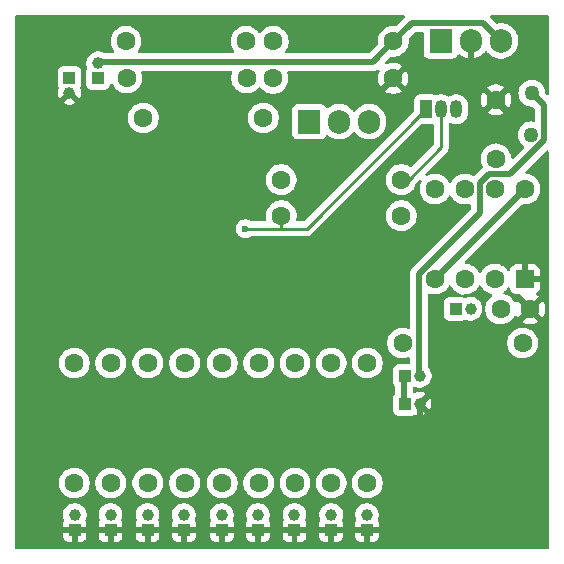
<source format=gbr>
%TF.GenerationSoftware,KiCad,Pcbnew,9.0.2*%
%TF.CreationDate,2025-07-18T12:05:27+02:00*%
%TF.ProjectId,Ligther,4c696774-6865-4722-9e6b-696361645f70,rev?*%
%TF.SameCoordinates,Original*%
%TF.FileFunction,Copper,L2,Bot*%
%TF.FilePolarity,Positive*%
%FSLAX46Y46*%
G04 Gerber Fmt 4.6, Leading zero omitted, Abs format (unit mm)*
G04 Created by KiCad (PCBNEW 9.0.2) date 2025-07-18 12:05:27*
%MOMM*%
%LPD*%
G01*
G04 APERTURE LIST*
G04 Aperture macros list*
%AMRoundRect*
0 Rectangle with rounded corners*
0 $1 Rounding radius*
0 $2 $3 $4 $5 $6 $7 $8 $9 X,Y pos of 4 corners*
0 Add a 4 corners polygon primitive as box body*
4,1,4,$2,$3,$4,$5,$6,$7,$8,$9,$2,$3,0*
0 Add four circle primitives for the rounded corners*
1,1,$1+$1,$2,$3*
1,1,$1+$1,$4,$5*
1,1,$1+$1,$6,$7*
1,1,$1+$1,$8,$9*
0 Add four rect primitives between the rounded corners*
20,1,$1+$1,$2,$3,$4,$5,0*
20,1,$1+$1,$4,$5,$6,$7,0*
20,1,$1+$1,$6,$7,$8,$9,0*
20,1,$1+$1,$8,$9,$2,$3,0*%
G04 Aperture macros list end*
%TA.AperFunction,ComponentPad*%
%ADD10C,1.600000*%
%TD*%
%TA.AperFunction,ComponentPad*%
%ADD11R,1.000000X1.000000*%
%TD*%
%TA.AperFunction,ComponentPad*%
%ADD12C,1.000000*%
%TD*%
%TA.AperFunction,ComponentPad*%
%ADD13R,1.905000X2.000000*%
%TD*%
%TA.AperFunction,ComponentPad*%
%ADD14O,1.905000X2.000000*%
%TD*%
%TA.AperFunction,ComponentPad*%
%ADD15RoundRect,0.250000X0.550000X-0.550000X0.550000X0.550000X-0.550000X0.550000X-0.550000X-0.550000X0*%
%TD*%
%TA.AperFunction,ComponentPad*%
%ADD16R,1.050000X1.500000*%
%TD*%
%TA.AperFunction,ComponentPad*%
%ADD17O,1.050000X1.500000*%
%TD*%
%TA.AperFunction,ViaPad*%
%ADD18C,1.270000*%
%TD*%
%TA.AperFunction,ViaPad*%
%ADD19C,0.600000*%
%TD*%
%TA.AperFunction,Conductor*%
%ADD20C,0.508000*%
%TD*%
%TA.AperFunction,Conductor*%
%ADD21C,0.254000*%
%TD*%
G04 APERTURE END LIST*
D10*
%TO.P,R17,1*%
%TO.N,GNDPWR*%
X109420000Y-38750000D03*
%TO.P,R17,2*%
%TO.N,Net-(Q3-E)*%
X99260000Y-38750000D03*
%TD*%
D11*
%TO.P,JP12,1,A*%
%TO.N,Net-(JP11-A)*%
X82020000Y-38690000D03*
D12*
%TO.P,JP12,2,B*%
%TO.N,GNDPWR*%
X82020000Y-39960000D03*
%TD*%
D10*
%TO.P,SW1,1,1*%
%TO.N,+6V*%
X86800000Y-35620000D03*
%TO.P,SW1,2,2*%
%TO.N,Net-(Q2-GATE)*%
X96960000Y-35620000D03*
%TD*%
%TO.P,R7,2*%
%TO.N,Net-(U2-Rext)*%
X82440000Y-62840000D03*
%TO.P,R7,1*%
%TO.N,Net-(JP2-B)*%
X82440000Y-73000000D03*
%TD*%
%TO.P,R13,2*%
%TO.N,Net-(R13-Pad2)*%
X98040000Y-62840000D03*
%TO.P,R13,1*%
%TO.N,Net-(JP6-B)*%
X98040000Y-73000000D03*
%TD*%
D11*
%TO.P,JP6,1,A*%
%TO.N,GNDPWR*%
X94920000Y-76980000D03*
D12*
%TO.P,JP6,2,B*%
%TO.N,Net-(JP6-B)*%
X94920000Y-75710000D03*
%TD*%
D10*
%TO.P,R15,2*%
%TO.N,Net-(R15-Pad2)*%
X104180000Y-62840000D03*
%TO.P,R15,1*%
%TO.N,Net-(JP8-B)*%
X104180000Y-73000000D03*
%TD*%
D12*
%TO.P,JP13,2,B*%
%TO.N,GND*%
X111670000Y-63940000D03*
D11*
%TO.P,JP13,1,A*%
%TO.N,Net-(JP13-A)*%
X110400000Y-63940000D03*
%TD*%
%TO.P,JP1,1,A*%
%TO.N,Net-(JP1-A)*%
X114705000Y-58250000D03*
D12*
%TO.P,JP1,2,B*%
%TO.N,Net-(JP1-B)*%
X115975000Y-58250000D03*
%TD*%
D11*
%TO.P,JP10,1,A*%
%TO.N,GNDPWR*%
X107200000Y-76980000D03*
D12*
%TO.P,JP10,2,B*%
%TO.N,Net-(JP10-B)*%
X107200000Y-75710000D03*
%TD*%
D11*
%TO.P,JP14,1,A*%
%TO.N,Net-(JP13-A)*%
X110400000Y-66300000D03*
D12*
%TO.P,JP14,2,B*%
%TO.N,GNDPWR*%
X111670000Y-66300000D03*
%TD*%
D10*
%TO.P,R11,2*%
%TO.N,Net-(R11-Pad2)*%
X91760000Y-62840000D03*
%TO.P,R11,1*%
%TO.N,Net-(JP4-B)*%
X91760000Y-73000000D03*
%TD*%
%TO.P,R9,2*%
%TO.N,Net-(R8-Pad2)*%
X88650000Y-62840000D03*
%TO.P,R9,1*%
%TO.N,Net-(JP4-B)*%
X88650000Y-73000000D03*
%TD*%
%TO.P,R12,2*%
%TO.N,Net-(R11-Pad2)*%
X94960000Y-62840000D03*
%TO.P,R12,1*%
%TO.N,Net-(JP6-B)*%
X94960000Y-73000000D03*
%TD*%
D11*
%TO.P,JP8,1,A*%
%TO.N,GNDPWR*%
X101070000Y-76980000D03*
D12*
%TO.P,JP8,2,B*%
%TO.N,Net-(JP8-B)*%
X101070000Y-75710000D03*
%TD*%
D11*
%TO.P,JP9,1,A*%
%TO.N,GNDPWR*%
X104180000Y-76980000D03*
D12*
%TO.P,JP9,2,B*%
%TO.N,Net-(JP8-B)*%
X104180000Y-75710000D03*
%TD*%
D11*
%TO.P,JP7,1,A*%
%TO.N,GNDPWR*%
X97980000Y-76980000D03*
D12*
%TO.P,JP7,2,B*%
%TO.N,Net-(JP6-B)*%
X97980000Y-75710000D03*
%TD*%
D11*
%TO.P,JP2,1,A*%
%TO.N,GNDPWR*%
X82460000Y-76980000D03*
D12*
%TO.P,JP2,2,B*%
%TO.N,Net-(JP2-B)*%
X82460000Y-75710000D03*
%TD*%
D10*
%TO.P,R16,2*%
%TO.N,Net-(R15-Pad2)*%
X107240000Y-62840000D03*
%TO.P,R16,1*%
%TO.N,Net-(JP10-B)*%
X107240000Y-73000000D03*
%TD*%
D11*
%TO.P,JP11,1,A*%
%TO.N,Net-(JP11-A)*%
X84440000Y-38720000D03*
D12*
%TO.P,JP11,2,B*%
%TO.N,GND*%
X84440000Y-37450000D03*
%TD*%
D11*
%TO.P,JP4,1,A*%
%TO.N,GNDPWR*%
X88630000Y-76980000D03*
D12*
%TO.P,JP4,2,B*%
%TO.N,Net-(JP4-B)*%
X88630000Y-75710000D03*
%TD*%
D11*
%TO.P,JP5,1,A*%
%TO.N,GNDPWR*%
X91700000Y-76980000D03*
D12*
%TO.P,JP5,2,B*%
%TO.N,Net-(JP4-B)*%
X91700000Y-75710000D03*
%TD*%
D10*
%TO.P,R8,2*%
%TO.N,Net-(R8-Pad2)*%
X85510000Y-62840000D03*
%TO.P,R8,1*%
%TO.N,Net-(JP2-B)*%
X85510000Y-73000000D03*
%TD*%
%TO.P,R14,2*%
%TO.N,Net-(R13-Pad2)*%
X101110000Y-62840000D03*
%TO.P,R14,1*%
%TO.N,Net-(JP8-B)*%
X101110000Y-73000000D03*
%TD*%
D11*
%TO.P,JP3,1,A*%
%TO.N,GNDPWR*%
X85500000Y-76980000D03*
D12*
%TO.P,JP3,2,B*%
%TO.N,Net-(JP2-B)*%
X85500000Y-75710000D03*
%TD*%
D10*
%TO.P,R1,1*%
%TO.N,Net-(JP11-A)*%
X86860000Y-38710000D03*
%TO.P,R1,2*%
%TO.N,Net-(Q1-G)*%
X97020000Y-38710000D03*
%TD*%
D13*
%TO.P,Q1,1,G*%
%TO.N,Net-(Q1-G)*%
X102320000Y-42420000D03*
D14*
%TO.P,Q1,2,D*%
%TO.N,+6V*%
X104860000Y-42420000D03*
%TO.P,Q1,3,S*%
%TO.N,+6VS*%
X107400000Y-42420000D03*
%TD*%
D10*
%TO.P,R2,1*%
%TO.N,+6VS*%
X110220000Y-61160000D03*
%TO.P,R2,2*%
%TO.N,Net-(U1-Q)*%
X120380000Y-61160000D03*
%TD*%
%TO.P,R6,1*%
%TO.N,Net-(Q3-C)*%
X99960000Y-50370000D03*
%TO.P,R6,2*%
%TO.N,+6VS*%
X110120000Y-50370000D03*
%TD*%
D15*
%TO.P,U1,1,GND*%
%TO.N,GNDPWR*%
X120580000Y-55740000D03*
D10*
%TO.P,U1,2,TR*%
%TO.N,Net-(JP1-B)*%
X118040000Y-55740000D03*
%TO.P,U1,3,Q*%
%TO.N,Net-(U1-Q)*%
X115500000Y-55740000D03*
%TO.P,U1,4,R*%
%TO.N,+6VS*%
X112960000Y-55740000D03*
%TO.P,U1,5,CV*%
%TO.N,Net-(JP1-A)*%
X112960000Y-48120000D03*
%TO.P,U1,6,THR*%
%TO.N,Net-(U1-DIS)*%
X115500000Y-48120000D03*
%TO.P,U1,7,DIS*%
X118040000Y-48120000D03*
%TO.P,U1,8,VCC*%
%TO.N,+6VS*%
X120580000Y-48120000D03*
%TD*%
%TO.P,R3,1*%
%TO.N,GND*%
X109440000Y-35610000D03*
%TO.P,R3,2*%
%TO.N,Net-(Q2-GATE)*%
X99280000Y-35610000D03*
%TD*%
D16*
%TO.P,Q3,1,C*%
%TO.N,Net-(Q3-C)*%
X112220000Y-41360000D03*
D17*
%TO.P,Q3,2,B*%
%TO.N,Net-(Q3-B)*%
X113490000Y-41360000D03*
%TO.P,Q3,3,E*%
%TO.N,Net-(Q3-E)*%
X114760000Y-41360000D03*
%TD*%
D10*
%TO.P,C1,1*%
%TO.N,Net-(JP1-A)*%
X118520000Y-58270000D03*
%TO.P,C1,2*%
%TO.N,GNDPWR*%
X121020000Y-58270000D03*
%TD*%
%TO.P,C2,1*%
%TO.N,Net-(U1-DIS)*%
X118120000Y-45560000D03*
%TO.P,C2,2*%
%TO.N,GNDPWR*%
X118120000Y-40560000D03*
%TD*%
%TO.P,R5,1*%
%TO.N,Net-(U1-DIS)*%
X88280000Y-42100000D03*
%TO.P,R5,2*%
%TO.N,+6VS*%
X98440000Y-42100000D03*
%TD*%
D13*
%TO.P,Q2,1,GATE*%
%TO.N,Net-(Q2-GATE)*%
X113460000Y-35570000D03*
D14*
%TO.P,Q2,2,DRAIN*%
%TO.N,GNDPWR*%
X116000000Y-35570000D03*
%TO.P,Q2,3,SOURCE*%
%TO.N,GND*%
X118540000Y-35570000D03*
%TD*%
D10*
%TO.P,R4,1*%
%TO.N,Net-(U1-Q)*%
X99950000Y-47320000D03*
%TO.P,R4,2*%
%TO.N,Net-(Q3-B)*%
X110110000Y-47320000D03*
%TD*%
D18*
%TO.N,GND*%
X121170000Y-40000000D03*
%TO.N,+6V*%
X121120000Y-43530000D03*
D19*
%TO.N,Net-(Q3-C)*%
X96920000Y-51480000D03*
%TD*%
D20*
%TO.N,GNDPWR*%
X107200000Y-76980000D02*
X110584839Y-76980000D01*
X110584839Y-76980000D02*
X111670000Y-75894839D01*
X111670000Y-75894839D02*
X111670000Y-66300000D01*
D21*
%TO.N,Net-(Q3-C)*%
X99960000Y-50370000D02*
X99960000Y-51380000D01*
X99960000Y-51380000D02*
X99860000Y-51480000D01*
X99860000Y-51480000D02*
X99970000Y-51480000D01*
%TO.N,Net-(Q3-B)*%
X110110000Y-47320000D02*
X110760000Y-47320000D01*
X110760000Y-47320000D02*
X113490000Y-44590000D01*
X113490000Y-44590000D02*
X113490000Y-41360000D01*
%TO.N,GND*%
X111520000Y-63790000D02*
X111670000Y-63940000D01*
X111520000Y-63610000D02*
X111520000Y-63790000D01*
D20*
X122210000Y-41040000D02*
X121170000Y-40000000D01*
X122210000Y-43981493D02*
X122210000Y-41040000D01*
X119326493Y-46865000D02*
X122210000Y-43981493D01*
X116755000Y-50170161D02*
X116755000Y-47630161D01*
X111610000Y-55315161D02*
X116755000Y-50170161D01*
X116755000Y-47630161D02*
X117520161Y-46865000D01*
X117520161Y-46865000D02*
X119326493Y-46865000D01*
X111610000Y-63880000D02*
X111610000Y-55315161D01*
X111670000Y-63940000D02*
X111610000Y-63880000D01*
%TO.N,Net-(JP13-A)*%
X110340000Y-64000000D02*
X110340000Y-66240000D01*
X110340000Y-66240000D02*
X110400000Y-66300000D01*
X110400000Y-63940000D02*
X110340000Y-64000000D01*
%TO.N,+6VS*%
X112960000Y-55740000D02*
X120580000Y-48120000D01*
%TO.N,GND*%
X107680000Y-37370000D02*
X84560000Y-37370000D01*
X109440000Y-35610000D02*
X107680000Y-37370000D01*
X110988000Y-34062000D02*
X109440000Y-35610000D01*
X118540000Y-35570000D02*
X117032000Y-34062000D01*
X117032000Y-34062000D02*
X110988000Y-34062000D01*
D21*
%TO.N,Net-(Q3-C)*%
X102100000Y-51480000D02*
X99970000Y-51480000D01*
X112220000Y-41360000D02*
X102100000Y-51480000D01*
X96920000Y-51480000D02*
X99860000Y-51480000D01*
%TD*%
%TA.AperFunction,Conductor*%
%TO.N,GNDPWR*%
G36*
X110350152Y-33420185D02*
G01*
X110395907Y-33472989D01*
X110405851Y-33542147D01*
X110376826Y-33605703D01*
X110370794Y-33612181D01*
X109700222Y-34282751D01*
X109638899Y-34316236D01*
X109593145Y-34317544D01*
X109542353Y-34309500D01*
X109542352Y-34309500D01*
X109337648Y-34309500D01*
X109313329Y-34313351D01*
X109135465Y-34341522D01*
X108940776Y-34404781D01*
X108758386Y-34497715D01*
X108592786Y-34618028D01*
X108448028Y-34762786D01*
X108327715Y-34928386D01*
X108234781Y-35110776D01*
X108171522Y-35305465D01*
X108139500Y-35507648D01*
X108139500Y-35712353D01*
X108147544Y-35763145D01*
X108138588Y-35832438D01*
X108112751Y-35870222D01*
X107403794Y-36579181D01*
X107342471Y-36612666D01*
X107316113Y-36615500D01*
X100400332Y-36615500D01*
X100333293Y-36595815D01*
X100287538Y-36543011D01*
X100277594Y-36473853D01*
X100300014Y-36418615D01*
X100345015Y-36356674D01*
X100392287Y-36291610D01*
X100485220Y-36109219D01*
X100548477Y-35914534D01*
X100580500Y-35712352D01*
X100580500Y-35507648D01*
X100561480Y-35387562D01*
X100548477Y-35305465D01*
X100488469Y-35120781D01*
X100485220Y-35110781D01*
X100485218Y-35110778D01*
X100485218Y-35110776D01*
X100442547Y-35027031D01*
X100392287Y-34928390D01*
X100363661Y-34888989D01*
X100271971Y-34762786D01*
X100127213Y-34618028D01*
X99961613Y-34497715D01*
X99961612Y-34497714D01*
X99961610Y-34497713D01*
X99904653Y-34468691D01*
X99779223Y-34404781D01*
X99584534Y-34341522D01*
X99409995Y-34313878D01*
X99382352Y-34309500D01*
X99177648Y-34309500D01*
X99153329Y-34313351D01*
X98975465Y-34341522D01*
X98780776Y-34404781D01*
X98598386Y-34497715D01*
X98432786Y-34618028D01*
X98288032Y-34762782D01*
X98288028Y-34762787D01*
X98216685Y-34860983D01*
X98161355Y-34903649D01*
X98091742Y-34909628D01*
X98029947Y-34877022D01*
X98016049Y-34860983D01*
X97951971Y-34772787D01*
X97951967Y-34772782D01*
X97807213Y-34628028D01*
X97641613Y-34507715D01*
X97641612Y-34507714D01*
X97641610Y-34507713D01*
X97584653Y-34478691D01*
X97459223Y-34414781D01*
X97264534Y-34351522D01*
X97089995Y-34323878D01*
X97062352Y-34319500D01*
X96857648Y-34319500D01*
X96833329Y-34323351D01*
X96655465Y-34351522D01*
X96460776Y-34414781D01*
X96278386Y-34507715D01*
X96112786Y-34628028D01*
X95968028Y-34772786D01*
X95847715Y-34938386D01*
X95754781Y-35120776D01*
X95691522Y-35315465D01*
X95659500Y-35517648D01*
X95659500Y-35722351D01*
X95691522Y-35924534D01*
X95754781Y-36119223D01*
X95847712Y-36301609D01*
X95932721Y-36418615D01*
X95956200Y-36484422D01*
X95940374Y-36552476D01*
X95890268Y-36601170D01*
X95832402Y-36615500D01*
X87927598Y-36615500D01*
X87860559Y-36595815D01*
X87814804Y-36543011D01*
X87804860Y-36473853D01*
X87827279Y-36418615D01*
X87858184Y-36376075D01*
X87912287Y-36301610D01*
X88005220Y-36119219D01*
X88068477Y-35924534D01*
X88100500Y-35722352D01*
X88100500Y-35517648D01*
X88068477Y-35315466D01*
X88065227Y-35305465D01*
X88025192Y-35182250D01*
X88005220Y-35120781D01*
X88005218Y-35120778D01*
X88005218Y-35120776D01*
X87953869Y-35020000D01*
X87912287Y-34938390D01*
X87904556Y-34927749D01*
X87791971Y-34772786D01*
X87647213Y-34628028D01*
X87481613Y-34507715D01*
X87481612Y-34507714D01*
X87481610Y-34507713D01*
X87424653Y-34478691D01*
X87299223Y-34414781D01*
X87104534Y-34351522D01*
X86929995Y-34323878D01*
X86902352Y-34319500D01*
X86697648Y-34319500D01*
X86673329Y-34323351D01*
X86495465Y-34351522D01*
X86300776Y-34414781D01*
X86118386Y-34507715D01*
X85952786Y-34628028D01*
X85808028Y-34772786D01*
X85687715Y-34938386D01*
X85594781Y-35120776D01*
X85531522Y-35315465D01*
X85499500Y-35517648D01*
X85499500Y-35722351D01*
X85531522Y-35924534D01*
X85594781Y-36119223D01*
X85687712Y-36301609D01*
X85772721Y-36418615D01*
X85796200Y-36484422D01*
X85780374Y-36552476D01*
X85730268Y-36601170D01*
X85672402Y-36615500D01*
X85029550Y-36615500D01*
X84962511Y-36595815D01*
X84960704Y-36594632D01*
X84913914Y-36563368D01*
X84913907Y-36563364D01*
X84731839Y-36487950D01*
X84731829Y-36487947D01*
X84538543Y-36449500D01*
X84538541Y-36449500D01*
X84341459Y-36449500D01*
X84341457Y-36449500D01*
X84148170Y-36487947D01*
X84148160Y-36487950D01*
X83966092Y-36563364D01*
X83966079Y-36563371D01*
X83802218Y-36672860D01*
X83802214Y-36672863D01*
X83662863Y-36812214D01*
X83662860Y-36812218D01*
X83553371Y-36976079D01*
X83553364Y-36976092D01*
X83477950Y-37158160D01*
X83477947Y-37158170D01*
X83439500Y-37351456D01*
X83439500Y-37351459D01*
X83439500Y-37548541D01*
X83439500Y-37548543D01*
X83439499Y-37548543D01*
X83477947Y-37741828D01*
X83477949Y-37741836D01*
X83479759Y-37746206D01*
X83515484Y-37832455D01*
X83520318Y-37844124D01*
X83527787Y-37913593D01*
X83505026Y-37965884D01*
X83496203Y-37977670D01*
X83496202Y-37977671D01*
X83445908Y-38112517D01*
X83439501Y-38172116D01*
X83439500Y-38172135D01*
X83439500Y-39267870D01*
X83439501Y-39267876D01*
X83445908Y-39327483D01*
X83496202Y-39462328D01*
X83496206Y-39462335D01*
X83582452Y-39577544D01*
X83582455Y-39577547D01*
X83697664Y-39663793D01*
X83697671Y-39663797D01*
X83832517Y-39714091D01*
X83832516Y-39714091D01*
X83839444Y-39714835D01*
X83892127Y-39720500D01*
X84987872Y-39720499D01*
X85047483Y-39714091D01*
X85182331Y-39663796D01*
X85297546Y-39577546D01*
X85383796Y-39462331D01*
X85434091Y-39327483D01*
X85438489Y-39286569D01*
X85465225Y-39222022D01*
X85522617Y-39182173D01*
X85592442Y-39179678D01*
X85652532Y-39215330D01*
X85672263Y-39243532D01*
X85747715Y-39391613D01*
X85868028Y-39557213D01*
X86012786Y-39701971D01*
X86093272Y-39760446D01*
X86178390Y-39822287D01*
X86294607Y-39881503D01*
X86360776Y-39915218D01*
X86360778Y-39915218D01*
X86360781Y-39915220D01*
X86465137Y-39949127D01*
X86555465Y-39978477D01*
X86656557Y-39994488D01*
X86757648Y-40010500D01*
X86757649Y-40010500D01*
X86962351Y-40010500D01*
X86962352Y-40010500D01*
X87164534Y-39978477D01*
X87359219Y-39915220D01*
X87541610Y-39822287D01*
X87634590Y-39754732D01*
X87707213Y-39701971D01*
X87707215Y-39701968D01*
X87707219Y-39701966D01*
X87851966Y-39557219D01*
X87851968Y-39557215D01*
X87851971Y-39557213D01*
X87920903Y-39462335D01*
X87972287Y-39391610D01*
X88065220Y-39209219D01*
X88128477Y-39014534D01*
X88160500Y-38812352D01*
X88160500Y-38607648D01*
X88128477Y-38405466D01*
X88128476Y-38405462D01*
X88128476Y-38405461D01*
X88089927Y-38286818D01*
X88087932Y-38216977D01*
X88124013Y-38157144D01*
X88186714Y-38126316D01*
X88207858Y-38124500D01*
X95672142Y-38124500D01*
X95739181Y-38144185D01*
X95784936Y-38196989D01*
X95794880Y-38266147D01*
X95790073Y-38286818D01*
X95751523Y-38405461D01*
X95751523Y-38405464D01*
X95719500Y-38607648D01*
X95719500Y-38812351D01*
X95751522Y-39014534D01*
X95814781Y-39209223D01*
X95907715Y-39391613D01*
X96028028Y-39557213D01*
X96172786Y-39701971D01*
X96253272Y-39760446D01*
X96338390Y-39822287D01*
X96454607Y-39881503D01*
X96520776Y-39915218D01*
X96520778Y-39915218D01*
X96520781Y-39915220D01*
X96625137Y-39949127D01*
X96715465Y-39978477D01*
X96816557Y-39994488D01*
X96917648Y-40010500D01*
X96917649Y-40010500D01*
X97122351Y-40010500D01*
X97122352Y-40010500D01*
X97324534Y-39978477D01*
X97519219Y-39915220D01*
X97701610Y-39822287D01*
X97794590Y-39754732D01*
X97867213Y-39701971D01*
X97867215Y-39701968D01*
X97867219Y-39701966D01*
X98011966Y-39557219D01*
X98025150Y-39539071D01*
X98080474Y-39496407D01*
X98150087Y-39490425D01*
X98211884Y-39523028D01*
X98225786Y-39539071D01*
X98268028Y-39597212D01*
X98268032Y-39597217D01*
X98412786Y-39741971D01*
X98539562Y-39834077D01*
X98578390Y-39862287D01*
X98682273Y-39915218D01*
X98760776Y-39955218D01*
X98760778Y-39955218D01*
X98760781Y-39955220D01*
X98832359Y-39978477D01*
X98955465Y-40018477D01*
X99056557Y-40034488D01*
X99157648Y-40050500D01*
X99157649Y-40050500D01*
X99362351Y-40050500D01*
X99362352Y-40050500D01*
X99564534Y-40018477D01*
X99759219Y-39955220D01*
X99941610Y-39862287D01*
X100034590Y-39794732D01*
X100107213Y-39741971D01*
X100107215Y-39741968D01*
X100107219Y-39741966D01*
X100251966Y-39597219D01*
X100251968Y-39597215D01*
X100251971Y-39597213D01*
X100305868Y-39523028D01*
X100372287Y-39431610D01*
X100465220Y-39249219D01*
X100528477Y-39054534D01*
X100560500Y-38852352D01*
X100560500Y-38647648D01*
X100528477Y-38445466D01*
X100528476Y-38445462D01*
X100528476Y-38445461D01*
X100476930Y-38286818D01*
X100474935Y-38216977D01*
X100511015Y-38157144D01*
X100573716Y-38126316D01*
X100594861Y-38124500D01*
X107599554Y-38124500D01*
X107599574Y-38124501D01*
X107605688Y-38124501D01*
X107754314Y-38124501D01*
X107814555Y-38112517D01*
X107875894Y-38100315D01*
X107900080Y-38095505D01*
X107965541Y-38068390D01*
X108037389Y-38038630D01*
X108075984Y-38012841D01*
X108142660Y-37991964D01*
X108210040Y-38010448D01*
X108256731Y-38062427D01*
X108267907Y-38131397D01*
X108255359Y-38172238D01*
X108215245Y-38250965D01*
X108152009Y-38445582D01*
X108120000Y-38647682D01*
X108120000Y-38852317D01*
X108152009Y-39054417D01*
X108215244Y-39249031D01*
X108308141Y-39431350D01*
X108308147Y-39431359D01*
X108340523Y-39475921D01*
X108340524Y-39475922D01*
X109020000Y-38796446D01*
X109020000Y-38802661D01*
X109047259Y-38904394D01*
X109099920Y-38995606D01*
X109174394Y-39070080D01*
X109265606Y-39122741D01*
X109367339Y-39150000D01*
X109373553Y-39150000D01*
X108694076Y-39829474D01*
X108738650Y-39861859D01*
X108920968Y-39954755D01*
X109115582Y-40017990D01*
X109317683Y-40050000D01*
X109522317Y-40050000D01*
X109724417Y-40017990D01*
X109919031Y-39954755D01*
X110101349Y-39861859D01*
X110145921Y-39829474D01*
X109466447Y-39150000D01*
X109472661Y-39150000D01*
X109574394Y-39122741D01*
X109665606Y-39070080D01*
X109740080Y-38995606D01*
X109792741Y-38904394D01*
X109820000Y-38802661D01*
X109820000Y-38796447D01*
X110499474Y-39475921D01*
X110499475Y-39475921D01*
X110514751Y-39454897D01*
X110514751Y-39454896D01*
X110514752Y-39454895D01*
X110531859Y-39431350D01*
X110624755Y-39249031D01*
X110687990Y-39054417D01*
X110720000Y-38852317D01*
X110720000Y-38647682D01*
X110687990Y-38445582D01*
X110624755Y-38250968D01*
X110531859Y-38068650D01*
X110499474Y-38024077D01*
X110499474Y-38024076D01*
X109820000Y-38703551D01*
X109820000Y-38697339D01*
X109792741Y-38595606D01*
X109740080Y-38504394D01*
X109665606Y-38429920D01*
X109574394Y-38377259D01*
X109472661Y-38350000D01*
X109466446Y-38350000D01*
X110145922Y-37670524D01*
X110145921Y-37670523D01*
X110101359Y-37638147D01*
X110101350Y-37638141D01*
X109919031Y-37545244D01*
X109724417Y-37482009D01*
X109522317Y-37450000D01*
X109317683Y-37450000D01*
X109115582Y-37482009D01*
X108920967Y-37545245D01*
X108906597Y-37552567D01*
X108837928Y-37565461D01*
X108773188Y-37539182D01*
X108732933Y-37482074D01*
X108729943Y-37412269D01*
X108762625Y-37354399D01*
X109179777Y-36937247D01*
X109241100Y-36903762D01*
X109286856Y-36902455D01*
X109337648Y-36910500D01*
X109337649Y-36910500D01*
X109542351Y-36910500D01*
X109542352Y-36910500D01*
X109744534Y-36878477D01*
X109939219Y-36815220D01*
X110121610Y-36722287D01*
X110265325Y-36617873D01*
X110287213Y-36601971D01*
X110287215Y-36601968D01*
X110287219Y-36601966D01*
X110431966Y-36457219D01*
X110431968Y-36457215D01*
X110431971Y-36457213D01*
X110488767Y-36379038D01*
X110552287Y-36291610D01*
X110645220Y-36109219D01*
X110708477Y-35914534D01*
X110740500Y-35712352D01*
X110740500Y-35507648D01*
X110732455Y-35456855D01*
X110741410Y-35387562D01*
X110767244Y-35349779D01*
X111264205Y-34852819D01*
X111325528Y-34819334D01*
X111351886Y-34816500D01*
X111883000Y-34816500D01*
X111950039Y-34836185D01*
X111995794Y-34888989D01*
X112007000Y-34940500D01*
X112007000Y-36617870D01*
X112007001Y-36617876D01*
X112013408Y-36677483D01*
X112063702Y-36812328D01*
X112063706Y-36812335D01*
X112149952Y-36927544D01*
X112149955Y-36927547D01*
X112265164Y-37013793D01*
X112265171Y-37013797D01*
X112400017Y-37064091D01*
X112400016Y-37064091D01*
X112406944Y-37064835D01*
X112459627Y-37070500D01*
X114460372Y-37070499D01*
X114519983Y-37064091D01*
X114654831Y-37013796D01*
X114770046Y-36927546D01*
X114856296Y-36812331D01*
X114866872Y-36783974D01*
X114908740Y-36728041D01*
X114974204Y-36703622D01*
X115042477Y-36718472D01*
X115055940Y-36726988D01*
X115238723Y-36859788D01*
X115442429Y-36963582D01*
X115659871Y-37034234D01*
X115750000Y-37048509D01*
X115750000Y-36060747D01*
X115787708Y-36082518D01*
X115927591Y-36120000D01*
X116072409Y-36120000D01*
X116212292Y-36082518D01*
X116250000Y-36060747D01*
X116250000Y-37048508D01*
X116340128Y-37034234D01*
X116557570Y-36963582D01*
X116761276Y-36859788D01*
X116946242Y-36725402D01*
X117107905Y-36563739D01*
X117169371Y-36479137D01*
X117224701Y-36436470D01*
X117294314Y-36430491D01*
X117356109Y-36463096D01*
X117370007Y-36479134D01*
X117431714Y-36564066D01*
X117593434Y-36725786D01*
X117778462Y-36860217D01*
X117910599Y-36927544D01*
X117982244Y-36964049D01*
X118199751Y-37034721D01*
X118199752Y-37034721D01*
X118199755Y-37034722D01*
X118425646Y-37070500D01*
X118425647Y-37070500D01*
X118654353Y-37070500D01*
X118654354Y-37070500D01*
X118880245Y-37034722D01*
X118880248Y-37034721D01*
X118880249Y-37034721D01*
X119097755Y-36964049D01*
X119097755Y-36964048D01*
X119097758Y-36964048D01*
X119301538Y-36860217D01*
X119486566Y-36725786D01*
X119648286Y-36564066D01*
X119782717Y-36379038D01*
X119886548Y-36175258D01*
X119957222Y-35957745D01*
X119993000Y-35731854D01*
X119993000Y-35408146D01*
X119957222Y-35182255D01*
X119957221Y-35182251D01*
X119957221Y-35182250D01*
X119886549Y-34964744D01*
X119858466Y-34909628D01*
X119782717Y-34760962D01*
X119648286Y-34575934D01*
X119486566Y-34414214D01*
X119301538Y-34279783D01*
X119097755Y-34175950D01*
X118880248Y-34105278D01*
X118710826Y-34078444D01*
X118654354Y-34069500D01*
X118425646Y-34069500D01*
X118386660Y-34075674D01*
X118212561Y-34103249D01*
X118143267Y-34094294D01*
X118105482Y-34068457D01*
X117649207Y-33612181D01*
X117615722Y-33550858D01*
X117620706Y-33481166D01*
X117662578Y-33425233D01*
X117728042Y-33400816D01*
X117736888Y-33400500D01*
X122475500Y-33400500D01*
X122542539Y-33420185D01*
X122588294Y-33472989D01*
X122599500Y-33524500D01*
X122599500Y-40063113D01*
X122593261Y-40084358D01*
X122591682Y-40106447D01*
X122583609Y-40117230D01*
X122579815Y-40130152D01*
X122563081Y-40144651D01*
X122549810Y-40162380D01*
X122537189Y-40167087D01*
X122527011Y-40175907D01*
X122505093Y-40179058D01*
X122484346Y-40186797D01*
X122471185Y-40183934D01*
X122457853Y-40185851D01*
X122437709Y-40176651D01*
X122416073Y-40171945D01*
X122398347Y-40158676D01*
X122394297Y-40156826D01*
X122387819Y-40150794D01*
X122341819Y-40104794D01*
X122308334Y-40043471D01*
X122305500Y-40017113D01*
X122305500Y-39910634D01*
X122299207Y-39870904D01*
X122277540Y-39734103D01*
X122277539Y-39734099D01*
X122277539Y-39734098D01*
X122222310Y-39564121D01*
X122222308Y-39564118D01*
X122218795Y-39557222D01*
X122141167Y-39404868D01*
X122036111Y-39260272D01*
X121909728Y-39133889D01*
X121765132Y-39028833D01*
X121605881Y-38947691D01*
X121605878Y-38947689D01*
X121435899Y-38892460D01*
X121318209Y-38873820D01*
X121259366Y-38864500D01*
X121080634Y-38864500D01*
X121021790Y-38873820D01*
X120904101Y-38892460D01*
X120904098Y-38892460D01*
X120734121Y-38947689D01*
X120734118Y-38947691D01*
X120574867Y-39028833D01*
X120430270Y-39133890D01*
X120303890Y-39260270D01*
X120198833Y-39404867D01*
X120117691Y-39564118D01*
X120117689Y-39564121D01*
X120062460Y-39734098D01*
X120062460Y-39734101D01*
X120046550Y-39834555D01*
X120034500Y-39910634D01*
X120034500Y-40089366D01*
X120037689Y-40109500D01*
X120062460Y-40265898D01*
X120062460Y-40265901D01*
X120117689Y-40435878D01*
X120117691Y-40435881D01*
X120198833Y-40595132D01*
X120303889Y-40739728D01*
X120430272Y-40866111D01*
X120574868Y-40971167D01*
X120734119Y-41052309D01*
X120734121Y-41052310D01*
X120892670Y-41103825D01*
X120904103Y-41107540D01*
X121080634Y-41135500D01*
X121187113Y-41135500D01*
X121216553Y-41144144D01*
X121246540Y-41150668D01*
X121251555Y-41154422D01*
X121254152Y-41155185D01*
X121274794Y-41171819D01*
X121419181Y-41316206D01*
X121452666Y-41377529D01*
X121455500Y-41403887D01*
X121455500Y-42288298D01*
X121435815Y-42355337D01*
X121383011Y-42401092D01*
X121313853Y-42411036D01*
X121312103Y-42410772D01*
X121304143Y-42409511D01*
X121209366Y-42394500D01*
X121030634Y-42394500D01*
X121001743Y-42399076D01*
X120854101Y-42422460D01*
X120854098Y-42422460D01*
X120684121Y-42477689D01*
X120684118Y-42477691D01*
X120524867Y-42558833D01*
X120380270Y-42663890D01*
X120253890Y-42790270D01*
X120148833Y-42934867D01*
X120067691Y-43094118D01*
X120067689Y-43094121D01*
X120012460Y-43264098D01*
X120012460Y-43264101D01*
X119984500Y-43440634D01*
X119984500Y-43619365D01*
X120012460Y-43795898D01*
X120012460Y-43795901D01*
X120067689Y-43965878D01*
X120067691Y-43965881D01*
X120148833Y-44125132D01*
X120253889Y-44269728D01*
X120380272Y-44396111D01*
X120464424Y-44457251D01*
X120507088Y-44512580D01*
X120513067Y-44582194D01*
X120480461Y-44643989D01*
X120479218Y-44645249D01*
X119626262Y-45498205D01*
X119564939Y-45531690D01*
X119495247Y-45526706D01*
X119439314Y-45484834D01*
X119416108Y-45429924D01*
X119388477Y-45255466D01*
X119325220Y-45060781D01*
X119325218Y-45060778D01*
X119325218Y-45060776D01*
X119273043Y-44958378D01*
X119232287Y-44878390D01*
X119155746Y-44773039D01*
X119111971Y-44712786D01*
X118967213Y-44568028D01*
X118801613Y-44447715D01*
X118801612Y-44447714D01*
X118801610Y-44447713D01*
X118700330Y-44396108D01*
X118619223Y-44354781D01*
X118424534Y-44291522D01*
X118249995Y-44263878D01*
X118222352Y-44259500D01*
X118017648Y-44259500D01*
X117993329Y-44263351D01*
X117815465Y-44291522D01*
X117620776Y-44354781D01*
X117438386Y-44447715D01*
X117272786Y-44568028D01*
X117128028Y-44712786D01*
X117007715Y-44878386D01*
X116914781Y-45060776D01*
X116851522Y-45255465D01*
X116819500Y-45457648D01*
X116819500Y-45662351D01*
X116851522Y-45864534D01*
X116914781Y-46059223D01*
X116990039Y-46206923D01*
X117002935Y-46275592D01*
X116976659Y-46340333D01*
X116967235Y-46350899D01*
X116330600Y-46987534D01*
X116269277Y-47021019D01*
X116199585Y-47016035D01*
X116186170Y-47009493D01*
X116185951Y-47009925D01*
X115999223Y-46914781D01*
X115804534Y-46851522D01*
X115629995Y-46823878D01*
X115602352Y-46819500D01*
X115397648Y-46819500D01*
X115373329Y-46823351D01*
X115195465Y-46851522D01*
X115000776Y-46914781D01*
X114818386Y-47007715D01*
X114652786Y-47128028D01*
X114508028Y-47272786D01*
X114387715Y-47438386D01*
X114340485Y-47531080D01*
X114292510Y-47581876D01*
X114224689Y-47598671D01*
X114158554Y-47576134D01*
X114119515Y-47531080D01*
X114118883Y-47529840D01*
X114072287Y-47438390D01*
X114059706Y-47421074D01*
X113951971Y-47272786D01*
X113807213Y-47128028D01*
X113641613Y-47007715D01*
X113641612Y-47007714D01*
X113641610Y-47007713D01*
X113567522Y-46969963D01*
X113459223Y-46914781D01*
X113264534Y-46851522D01*
X113089995Y-46823878D01*
X113062352Y-46819500D01*
X112857648Y-46819500D01*
X112833329Y-46823351D01*
X112655465Y-46851522D01*
X112460773Y-46914782D01*
X112326214Y-46983344D01*
X112257545Y-46996240D01*
X112192805Y-46969963D01*
X112152548Y-46912857D01*
X112149556Y-46843051D01*
X112182237Y-46785181D01*
X113977411Y-44990008D01*
X113980112Y-44985965D01*
X114046083Y-44887233D01*
X114059937Y-44853784D01*
X114093386Y-44773035D01*
X114117500Y-44651803D01*
X114117500Y-44528197D01*
X114117500Y-42614439D01*
X114137185Y-42547400D01*
X114189989Y-42501645D01*
X114259147Y-42491701D01*
X114288947Y-42499876D01*
X114460873Y-42571091D01*
X114626777Y-42604091D01*
X114658992Y-42610499D01*
X114658996Y-42610500D01*
X114658997Y-42610500D01*
X114861004Y-42610500D01*
X114861005Y-42610499D01*
X115059127Y-42571091D01*
X115245756Y-42493786D01*
X115413718Y-42381558D01*
X115556558Y-42238718D01*
X115668786Y-42070756D01*
X115746091Y-41884127D01*
X115785500Y-41686003D01*
X115785500Y-41033997D01*
X115746091Y-40835873D01*
X115668786Y-40649244D01*
X115668784Y-40649241D01*
X115668782Y-40649237D01*
X115583569Y-40521707D01*
X115583568Y-40521706D01*
X115573968Y-40507339D01*
X115556558Y-40481282D01*
X115556556Y-40481279D01*
X115532959Y-40457682D01*
X116820000Y-40457682D01*
X116820000Y-40662317D01*
X116852009Y-40864417D01*
X116915244Y-41059031D01*
X117008141Y-41241350D01*
X117008147Y-41241359D01*
X117040523Y-41285921D01*
X117040524Y-41285922D01*
X117720000Y-40606446D01*
X117720000Y-40612661D01*
X117747259Y-40714394D01*
X117799920Y-40805606D01*
X117874394Y-40880080D01*
X117965606Y-40932741D01*
X118067339Y-40960000D01*
X118073553Y-40960000D01*
X117394076Y-41639474D01*
X117438650Y-41671859D01*
X117620968Y-41764755D01*
X117815582Y-41827990D01*
X118017683Y-41860000D01*
X118222317Y-41860000D01*
X118424417Y-41827990D01*
X118619031Y-41764755D01*
X118801349Y-41671859D01*
X118845921Y-41639474D01*
X118166447Y-40960000D01*
X118172661Y-40960000D01*
X118274394Y-40932741D01*
X118365606Y-40880080D01*
X118440080Y-40805606D01*
X118492741Y-40714394D01*
X118520000Y-40612661D01*
X118520000Y-40606447D01*
X119199474Y-41285921D01*
X119231859Y-41241349D01*
X119324755Y-41059031D01*
X119387990Y-40864417D01*
X119420000Y-40662317D01*
X119420000Y-40457682D01*
X119387990Y-40255582D01*
X119324755Y-40060968D01*
X119231859Y-39878650D01*
X119199474Y-39834077D01*
X119199474Y-39834076D01*
X118520000Y-40513551D01*
X118520000Y-40507339D01*
X118492741Y-40405606D01*
X118440080Y-40314394D01*
X118365606Y-40239920D01*
X118274394Y-40187259D01*
X118172661Y-40160000D01*
X118166446Y-40160000D01*
X118845922Y-39480524D01*
X118845921Y-39480523D01*
X118801359Y-39448147D01*
X118801350Y-39448141D01*
X118619031Y-39355244D01*
X118424417Y-39292009D01*
X118222317Y-39260000D01*
X118017683Y-39260000D01*
X117815582Y-39292009D01*
X117620968Y-39355244D01*
X117438644Y-39448143D01*
X117394077Y-39480523D01*
X117394077Y-39480524D01*
X118073554Y-40160000D01*
X118067339Y-40160000D01*
X117965606Y-40187259D01*
X117874394Y-40239920D01*
X117799920Y-40314394D01*
X117747259Y-40405606D01*
X117720000Y-40507339D01*
X117720000Y-40513553D01*
X117040524Y-39834077D01*
X117040523Y-39834077D01*
X117008143Y-39878644D01*
X116915244Y-40060968D01*
X116852009Y-40255582D01*
X116820000Y-40457682D01*
X115532959Y-40457682D01*
X115413718Y-40338441D01*
X115245762Y-40226217D01*
X115245752Y-40226212D01*
X115059127Y-40148909D01*
X115059119Y-40148907D01*
X114861007Y-40109500D01*
X114861003Y-40109500D01*
X114658997Y-40109500D01*
X114658992Y-40109500D01*
X114460880Y-40148907D01*
X114460872Y-40148909D01*
X114274244Y-40226213D01*
X114193891Y-40279904D01*
X114127213Y-40300782D01*
X114059833Y-40282297D01*
X114056109Y-40279904D01*
X114030587Y-40262851D01*
X113996269Y-40239920D01*
X113975755Y-40226213D01*
X113789127Y-40148909D01*
X113789119Y-40148907D01*
X113591007Y-40109500D01*
X113591003Y-40109500D01*
X113388997Y-40109500D01*
X113388992Y-40109500D01*
X113190880Y-40148907D01*
X113190868Y-40148910D01*
X113110198Y-40182325D01*
X113040729Y-40189794D01*
X112995342Y-40170036D01*
X112995114Y-40170454D01*
X112990447Y-40167905D01*
X112988432Y-40167028D01*
X112987331Y-40166204D01*
X112987330Y-40166203D01*
X112987328Y-40166202D01*
X112852482Y-40115908D01*
X112852483Y-40115908D01*
X112792883Y-40109501D01*
X112792881Y-40109500D01*
X112792873Y-40109500D01*
X112792864Y-40109500D01*
X111647129Y-40109500D01*
X111647123Y-40109501D01*
X111587516Y-40115908D01*
X111452671Y-40166202D01*
X111452664Y-40166206D01*
X111337455Y-40252452D01*
X111337452Y-40252455D01*
X111251206Y-40367664D01*
X111251202Y-40367671D01*
X111200908Y-40502517D01*
X111194501Y-40562116D01*
X111194500Y-40562135D01*
X111194500Y-41446718D01*
X111174815Y-41513757D01*
X111158181Y-41534399D01*
X101876400Y-50816181D01*
X101815077Y-50849666D01*
X101788719Y-50852500D01*
X101341323Y-50852500D01*
X101274284Y-50832815D01*
X101228529Y-50780011D01*
X101218585Y-50710853D01*
X101223393Y-50690180D01*
X101226863Y-50679500D01*
X101228477Y-50674534D01*
X101260500Y-50472352D01*
X101260500Y-50267648D01*
X101228477Y-50065466D01*
X101165220Y-49870781D01*
X101165218Y-49870778D01*
X101165218Y-49870776D01*
X101131503Y-49804607D01*
X101072287Y-49688390D01*
X101029981Y-49630160D01*
X100951971Y-49522786D01*
X100807213Y-49378028D01*
X100641613Y-49257715D01*
X100641612Y-49257714D01*
X100641610Y-49257713D01*
X100584653Y-49228691D01*
X100459223Y-49164781D01*
X100264534Y-49101522D01*
X100089995Y-49073878D01*
X100062352Y-49069500D01*
X99857648Y-49069500D01*
X99833329Y-49073351D01*
X99655465Y-49101522D01*
X99460776Y-49164781D01*
X99278386Y-49257715D01*
X99112786Y-49378028D01*
X98968028Y-49522786D01*
X98847715Y-49688386D01*
X98754781Y-49870776D01*
X98691522Y-50065465D01*
X98659500Y-50267648D01*
X98659500Y-50472351D01*
X98691522Y-50674530D01*
X98691523Y-50674534D01*
X98696607Y-50690180D01*
X98698604Y-50760021D01*
X98662524Y-50819855D01*
X98599823Y-50850684D01*
X98578677Y-50852500D01*
X97459357Y-50852500D01*
X97392318Y-50832815D01*
X97390466Y-50831602D01*
X97299185Y-50770609D01*
X97299172Y-50770602D01*
X97153501Y-50710264D01*
X97153489Y-50710261D01*
X96998845Y-50679500D01*
X96998842Y-50679500D01*
X96841158Y-50679500D01*
X96841155Y-50679500D01*
X96686510Y-50710261D01*
X96686498Y-50710264D01*
X96540827Y-50770602D01*
X96540814Y-50770609D01*
X96409711Y-50858210D01*
X96409707Y-50858213D01*
X96298213Y-50969707D01*
X96298210Y-50969711D01*
X96210609Y-51100814D01*
X96210602Y-51100827D01*
X96150264Y-51246498D01*
X96150261Y-51246510D01*
X96119500Y-51401153D01*
X96119500Y-51558846D01*
X96150261Y-51713489D01*
X96150264Y-51713501D01*
X96210602Y-51859172D01*
X96210609Y-51859185D01*
X96298210Y-51990288D01*
X96298213Y-51990292D01*
X96409707Y-52101786D01*
X96409711Y-52101789D01*
X96540814Y-52189390D01*
X96540827Y-52189397D01*
X96686498Y-52249735D01*
X96686503Y-52249737D01*
X96841153Y-52280499D01*
X96841156Y-52280500D01*
X96841158Y-52280500D01*
X96998844Y-52280500D01*
X96998845Y-52280499D01*
X97153497Y-52249737D01*
X97299179Y-52189394D01*
X97390466Y-52128398D01*
X97457143Y-52107520D01*
X97459357Y-52107500D01*
X102161804Y-52107500D01*
X102161805Y-52107499D01*
X102283035Y-52083386D01*
X102363784Y-52049937D01*
X102397233Y-52036083D01*
X102500008Y-51967411D01*
X102587411Y-51880008D01*
X104199771Y-50267648D01*
X108819500Y-50267648D01*
X108819500Y-50472351D01*
X108851522Y-50674534D01*
X108914781Y-50869223D01*
X109007715Y-51051613D01*
X109128028Y-51217213D01*
X109272786Y-51361971D01*
X109427749Y-51474556D01*
X109438390Y-51482287D01*
X109554607Y-51541503D01*
X109620776Y-51575218D01*
X109620778Y-51575218D01*
X109620781Y-51575220D01*
X109725137Y-51609127D01*
X109815465Y-51638477D01*
X109916557Y-51654488D01*
X110017648Y-51670500D01*
X110017649Y-51670500D01*
X110222351Y-51670500D01*
X110222352Y-51670500D01*
X110424534Y-51638477D01*
X110619219Y-51575220D01*
X110801610Y-51482287D01*
X110894590Y-51414732D01*
X110967213Y-51361971D01*
X110967215Y-51361968D01*
X110967219Y-51361966D01*
X111111966Y-51217219D01*
X111111968Y-51217215D01*
X111111971Y-51217213D01*
X111196538Y-51100814D01*
X111232287Y-51051610D01*
X111325220Y-50869219D01*
X111388477Y-50674534D01*
X111420500Y-50472352D01*
X111420500Y-50267648D01*
X111388477Y-50065466D01*
X111325220Y-49870781D01*
X111325218Y-49870778D01*
X111325218Y-49870776D01*
X111291503Y-49804607D01*
X111232287Y-49688390D01*
X111189981Y-49630160D01*
X111111971Y-49522786D01*
X110967213Y-49378028D01*
X110801613Y-49257715D01*
X110801612Y-49257714D01*
X110801610Y-49257713D01*
X110744653Y-49228691D01*
X110619223Y-49164781D01*
X110424534Y-49101522D01*
X110249995Y-49073878D01*
X110222352Y-49069500D01*
X110017648Y-49069500D01*
X109993329Y-49073351D01*
X109815465Y-49101522D01*
X109620776Y-49164781D01*
X109438386Y-49257715D01*
X109272786Y-49378028D01*
X109128028Y-49522786D01*
X109007715Y-49688386D01*
X108914781Y-49870776D01*
X108851522Y-50065465D01*
X108819500Y-50267648D01*
X104199771Y-50267648D01*
X107249771Y-47217648D01*
X111820600Y-42646818D01*
X111881923Y-42613333D01*
X111908281Y-42610499D01*
X112738500Y-42610499D01*
X112805539Y-42630184D01*
X112851294Y-42682988D01*
X112862500Y-42734499D01*
X112862500Y-44278718D01*
X112842815Y-44345757D01*
X112826181Y-44366399D01*
X110978429Y-46214150D01*
X110917106Y-46247635D01*
X110847414Y-46242651D01*
X110817863Y-46226787D01*
X110800470Y-46214150D01*
X110791611Y-46207713D01*
X110609223Y-46114781D01*
X110414534Y-46051522D01*
X110239995Y-46023878D01*
X110212352Y-46019500D01*
X110007648Y-46019500D01*
X109983329Y-46023351D01*
X109805465Y-46051522D01*
X109610776Y-46114781D01*
X109428386Y-46207715D01*
X109262786Y-46328028D01*
X109118028Y-46472786D01*
X108997715Y-46638386D01*
X108904781Y-46820776D01*
X108841522Y-47015465D01*
X108809500Y-47217648D01*
X108809500Y-47422351D01*
X108841522Y-47624534D01*
X108904781Y-47819223D01*
X108997715Y-48001613D01*
X109118028Y-48167213D01*
X109262786Y-48311971D01*
X109404483Y-48414918D01*
X109428390Y-48432287D01*
X109544607Y-48491503D01*
X109610776Y-48525218D01*
X109610778Y-48525218D01*
X109610781Y-48525220D01*
X109715137Y-48559127D01*
X109805465Y-48588477D01*
X109906557Y-48604488D01*
X110007648Y-48620500D01*
X110007649Y-48620500D01*
X110212351Y-48620500D01*
X110212352Y-48620500D01*
X110414534Y-48588477D01*
X110609219Y-48525220D01*
X110791610Y-48432287D01*
X110884590Y-48364732D01*
X110957213Y-48311971D01*
X110957215Y-48311968D01*
X110957219Y-48311966D01*
X111101966Y-48167219D01*
X111101968Y-48167215D01*
X111101971Y-48167213D01*
X111154732Y-48094590D01*
X111222287Y-48001610D01*
X111315220Y-47819219D01*
X111378477Y-47624534D01*
X111378871Y-47622042D01*
X111379283Y-47621173D01*
X111379612Y-47619805D01*
X111379899Y-47619873D01*
X111408794Y-47558909D01*
X111413646Y-47553771D01*
X111625180Y-47342237D01*
X111686501Y-47308754D01*
X111756193Y-47313738D01*
X111812126Y-47355610D01*
X111836543Y-47421074D01*
X111823344Y-47486214D01*
X111754782Y-47620773D01*
X111691522Y-47815465D01*
X111659500Y-48017648D01*
X111659500Y-48222351D01*
X111691522Y-48424534D01*
X111754781Y-48619223D01*
X111847715Y-48801613D01*
X111968028Y-48967213D01*
X112112786Y-49111971D01*
X112267749Y-49224556D01*
X112278390Y-49232287D01*
X112394607Y-49291503D01*
X112460776Y-49325218D01*
X112460778Y-49325218D01*
X112460781Y-49325220D01*
X112565137Y-49359127D01*
X112655465Y-49388477D01*
X112756557Y-49404488D01*
X112857648Y-49420500D01*
X112857649Y-49420500D01*
X113062351Y-49420500D01*
X113062352Y-49420500D01*
X113264534Y-49388477D01*
X113459219Y-49325220D01*
X113641610Y-49232287D01*
X113734590Y-49164732D01*
X113807213Y-49111971D01*
X113807215Y-49111968D01*
X113807219Y-49111966D01*
X113951966Y-48967219D01*
X113951968Y-48967215D01*
X113951971Y-48967213D01*
X114072284Y-48801614D01*
X114072285Y-48801613D01*
X114072287Y-48801610D01*
X114119516Y-48708917D01*
X114167489Y-48658123D01*
X114235310Y-48641328D01*
X114301445Y-48663865D01*
X114340485Y-48708919D01*
X114387715Y-48801614D01*
X114508028Y-48967213D01*
X114652786Y-49111971D01*
X114807749Y-49224556D01*
X114818390Y-49232287D01*
X114934607Y-49291503D01*
X115000776Y-49325218D01*
X115000778Y-49325218D01*
X115000781Y-49325220D01*
X115105137Y-49359127D01*
X115195465Y-49388477D01*
X115296557Y-49404488D01*
X115397648Y-49420500D01*
X115397649Y-49420500D01*
X115602351Y-49420500D01*
X115602352Y-49420500D01*
X115804534Y-49388477D01*
X115804539Y-49388475D01*
X115804541Y-49388475D01*
X115838180Y-49377545D01*
X115908021Y-49375548D01*
X115967854Y-49411628D01*
X115998684Y-49474328D01*
X116000500Y-49495475D01*
X116000500Y-49806273D01*
X115980815Y-49873312D01*
X115964181Y-49893954D01*
X111023943Y-54834191D01*
X111023942Y-54834192D01*
X110941372Y-54957768D01*
X110941366Y-54957779D01*
X110884496Y-55095077D01*
X110884493Y-55095087D01*
X110855499Y-55240846D01*
X110855499Y-55395586D01*
X110855500Y-55395607D01*
X110855500Y-59828388D01*
X110835815Y-59895427D01*
X110783011Y-59941182D01*
X110713853Y-59951126D01*
X110693182Y-59946319D01*
X110524537Y-59891523D01*
X110372897Y-59867505D01*
X110322352Y-59859500D01*
X110117648Y-59859500D01*
X110093329Y-59863351D01*
X109915465Y-59891522D01*
X109720776Y-59954781D01*
X109538386Y-60047715D01*
X109372786Y-60168028D01*
X109228028Y-60312786D01*
X109107715Y-60478386D01*
X109014781Y-60660776D01*
X108951522Y-60855465D01*
X108919500Y-61057648D01*
X108919500Y-61262351D01*
X108951522Y-61464534D01*
X109014781Y-61659223D01*
X109107715Y-61841613D01*
X109228028Y-62007213D01*
X109372786Y-62151971D01*
X109527749Y-62264556D01*
X109538390Y-62272287D01*
X109654607Y-62331503D01*
X109720776Y-62365218D01*
X109720778Y-62365218D01*
X109720781Y-62365220D01*
X109825137Y-62399127D01*
X109915465Y-62428477D01*
X110016557Y-62444488D01*
X110117648Y-62460500D01*
X110117649Y-62460500D01*
X110322351Y-62460500D01*
X110322352Y-62460500D01*
X110524534Y-62428477D01*
X110693185Y-62373678D01*
X110763022Y-62371684D01*
X110822855Y-62407764D01*
X110853684Y-62470464D01*
X110855500Y-62491610D01*
X110855500Y-62815500D01*
X110835815Y-62882539D01*
X110783011Y-62928294D01*
X110731500Y-62939500D01*
X109852129Y-62939500D01*
X109852123Y-62939501D01*
X109792516Y-62945908D01*
X109657671Y-62996202D01*
X109657664Y-62996206D01*
X109542455Y-63082452D01*
X109542452Y-63082455D01*
X109456206Y-63197664D01*
X109456202Y-63197671D01*
X109405908Y-63332517D01*
X109399501Y-63392116D01*
X109399500Y-63392135D01*
X109399500Y-64487870D01*
X109399501Y-64487876D01*
X109405908Y-64547483D01*
X109456202Y-64682328D01*
X109456203Y-64682329D01*
X109456204Y-64682331D01*
X109542454Y-64797546D01*
X109542457Y-64797548D01*
X109548722Y-64803813D01*
X109546144Y-64806390D01*
X109577660Y-64848447D01*
X109585500Y-64891839D01*
X109585500Y-65348160D01*
X109565815Y-65415199D01*
X109547469Y-65434929D01*
X109548724Y-65436184D01*
X109542452Y-65442455D01*
X109456206Y-65557664D01*
X109456202Y-65557671D01*
X109405908Y-65692517D01*
X109399501Y-65752116D01*
X109399500Y-65752135D01*
X109399500Y-66847870D01*
X109399501Y-66847876D01*
X109405908Y-66907483D01*
X109456202Y-67042328D01*
X109456206Y-67042335D01*
X109542452Y-67157544D01*
X109542455Y-67157547D01*
X109657664Y-67243793D01*
X109657671Y-67243797D01*
X109792517Y-67294091D01*
X109792516Y-67294091D01*
X109799444Y-67294835D01*
X109852127Y-67300500D01*
X110947872Y-67300499D01*
X111007483Y-67294091D01*
X111142331Y-67243796D01*
X111154575Y-67234629D01*
X111220035Y-67210210D01*
X111276339Y-67219333D01*
X111378309Y-67261570D01*
X111378318Y-67261573D01*
X111571504Y-67299999D01*
X111571508Y-67300000D01*
X111768492Y-67300000D01*
X111768495Y-67299999D01*
X111961681Y-67261572D01*
X111961693Y-67261569D01*
X112143676Y-67186190D01*
X112143680Y-67186187D01*
X112179019Y-67162573D01*
X112179020Y-67162572D01*
X111641447Y-66625000D01*
X111712787Y-66625000D01*
X111795445Y-66602851D01*
X111869554Y-66560064D01*
X111930064Y-66499554D01*
X111972851Y-66425445D01*
X111995000Y-66342787D01*
X111995000Y-66299999D01*
X112023553Y-66299999D01*
X112023553Y-66300000D01*
X112532572Y-66809020D01*
X112532573Y-66809019D01*
X112556187Y-66773680D01*
X112556190Y-66773676D01*
X112631569Y-66591693D01*
X112631572Y-66591681D01*
X112669999Y-66398495D01*
X112670000Y-66398492D01*
X112670000Y-66201508D01*
X112669999Y-66201504D01*
X112631572Y-66008318D01*
X112631569Y-66008306D01*
X112556192Y-65826328D01*
X112532572Y-65790979D01*
X112023553Y-66299999D01*
X111995000Y-66299999D01*
X111995000Y-66257213D01*
X111972851Y-66174555D01*
X111930064Y-66100446D01*
X111869554Y-66039936D01*
X111795445Y-65997149D01*
X111712787Y-65975000D01*
X111641446Y-65975000D01*
X112179019Y-65437426D01*
X112143675Y-65413809D01*
X112143673Y-65413808D01*
X111961693Y-65338430D01*
X111961681Y-65338427D01*
X111768495Y-65300000D01*
X111571504Y-65300000D01*
X111378317Y-65338427D01*
X111378300Y-65338432D01*
X111276340Y-65380665D01*
X111265133Y-65381869D01*
X111255241Y-65387271D01*
X111231018Y-65385537D01*
X111206870Y-65388134D01*
X111194982Y-65382958D01*
X111185550Y-65382284D01*
X111154574Y-65365368D01*
X111144186Y-65357591D01*
X111102317Y-65301656D01*
X111094500Y-65258327D01*
X111094500Y-64981671D01*
X111114185Y-64914632D01*
X111144181Y-64882410D01*
X111154112Y-64874976D01*
X111219571Y-64850558D01*
X111275872Y-64859680D01*
X111378165Y-64902051D01*
X111378169Y-64902051D01*
X111378170Y-64902052D01*
X111571456Y-64940500D01*
X111571459Y-64940500D01*
X111768543Y-64940500D01*
X111898582Y-64914632D01*
X111961835Y-64902051D01*
X112143914Y-64826632D01*
X112307782Y-64717139D01*
X112447139Y-64577782D01*
X112556632Y-64413914D01*
X112632051Y-64231835D01*
X112656589Y-64108477D01*
X112670500Y-64038543D01*
X112670500Y-63841456D01*
X112632052Y-63648170D01*
X112632051Y-63648169D01*
X112632051Y-63648165D01*
X112579631Y-63521610D01*
X112556635Y-63466092D01*
X112556628Y-63466079D01*
X112447139Y-63302218D01*
X112447136Y-63302214D01*
X112400819Y-63255897D01*
X112367334Y-63194574D01*
X112364500Y-63168216D01*
X112364500Y-61057648D01*
X119079500Y-61057648D01*
X119079500Y-61262351D01*
X119111522Y-61464534D01*
X119174781Y-61659223D01*
X119267715Y-61841613D01*
X119388028Y-62007213D01*
X119532786Y-62151971D01*
X119687749Y-62264556D01*
X119698390Y-62272287D01*
X119814607Y-62331503D01*
X119880776Y-62365218D01*
X119880778Y-62365218D01*
X119880781Y-62365220D01*
X119985137Y-62399127D01*
X120075465Y-62428477D01*
X120176557Y-62444488D01*
X120277648Y-62460500D01*
X120277649Y-62460500D01*
X120482351Y-62460500D01*
X120482352Y-62460500D01*
X120684534Y-62428477D01*
X120879219Y-62365220D01*
X121061610Y-62272287D01*
X121154590Y-62204732D01*
X121227213Y-62151971D01*
X121227215Y-62151968D01*
X121227219Y-62151966D01*
X121371966Y-62007219D01*
X121371968Y-62007215D01*
X121371971Y-62007213D01*
X121424732Y-61934590D01*
X121492287Y-61841610D01*
X121585220Y-61659219D01*
X121648477Y-61464534D01*
X121680500Y-61262352D01*
X121680500Y-61057648D01*
X121648477Y-60855466D01*
X121585220Y-60660781D01*
X121585218Y-60660778D01*
X121585218Y-60660776D01*
X121551503Y-60594607D01*
X121492287Y-60478390D01*
X121484556Y-60467749D01*
X121371971Y-60312786D01*
X121227213Y-60168028D01*
X121061613Y-60047715D01*
X121061612Y-60047714D01*
X121061610Y-60047713D01*
X121004653Y-60018691D01*
X120879223Y-59954781D01*
X120684534Y-59891522D01*
X120509995Y-59863878D01*
X120482352Y-59859500D01*
X120277648Y-59859500D01*
X120253329Y-59863351D01*
X120075465Y-59891522D01*
X119880776Y-59954781D01*
X119698386Y-60047715D01*
X119532786Y-60168028D01*
X119388028Y-60312786D01*
X119267715Y-60478386D01*
X119174781Y-60660776D01*
X119111522Y-60855465D01*
X119079500Y-61057648D01*
X112364500Y-61057648D01*
X112364500Y-57084607D01*
X112384185Y-57017568D01*
X112436989Y-56971813D01*
X112506147Y-56961869D01*
X112526807Y-56966673D01*
X112595544Y-56989007D01*
X112655465Y-57008477D01*
X112712863Y-57017568D01*
X112857648Y-57040500D01*
X112857649Y-57040500D01*
X113062351Y-57040500D01*
X113062352Y-57040500D01*
X113264534Y-57008477D01*
X113459219Y-56945220D01*
X113641610Y-56852287D01*
X113734590Y-56784732D01*
X113807213Y-56731971D01*
X113807215Y-56731968D01*
X113807219Y-56731966D01*
X113951966Y-56587219D01*
X113951968Y-56587215D01*
X113951971Y-56587213D01*
X114072284Y-56421614D01*
X114072283Y-56421614D01*
X114072287Y-56421610D01*
X114119516Y-56328917D01*
X114167489Y-56278123D01*
X114235310Y-56261328D01*
X114301445Y-56283865D01*
X114340483Y-56328917D01*
X114384348Y-56415006D01*
X114387715Y-56421614D01*
X114508028Y-56587213D01*
X114652786Y-56731971D01*
X114794402Y-56834859D01*
X114818390Y-56852287D01*
X114934607Y-56911503D01*
X115000776Y-56945218D01*
X115000778Y-56945218D01*
X115000781Y-56945220D01*
X115066816Y-56966676D01*
X115192670Y-57007569D01*
X115250345Y-57047007D01*
X115277543Y-57111366D01*
X115265628Y-57180212D01*
X115218384Y-57231688D01*
X115154351Y-57249500D01*
X114157129Y-57249500D01*
X114157123Y-57249501D01*
X114097516Y-57255908D01*
X113962671Y-57306202D01*
X113962664Y-57306206D01*
X113847455Y-57392452D01*
X113847452Y-57392455D01*
X113761206Y-57507664D01*
X113761202Y-57507671D01*
X113710908Y-57642517D01*
X113704501Y-57702116D01*
X113704500Y-57702135D01*
X113704500Y-58797870D01*
X113704501Y-58797876D01*
X113710908Y-58857483D01*
X113761202Y-58992328D01*
X113761206Y-58992335D01*
X113847452Y-59107544D01*
X113847455Y-59107547D01*
X113962664Y-59193793D01*
X113962671Y-59193797D01*
X114097517Y-59244091D01*
X114097516Y-59244091D01*
X114104444Y-59244835D01*
X114157127Y-59250500D01*
X115252872Y-59250499D01*
X115312483Y-59244091D01*
X115447331Y-59193796D01*
X115459110Y-59184977D01*
X115524570Y-59160558D01*
X115580872Y-59169680D01*
X115683165Y-59212051D01*
X115683169Y-59212051D01*
X115683170Y-59212052D01*
X115876456Y-59250500D01*
X115876459Y-59250500D01*
X116073543Y-59250500D01*
X116203582Y-59224632D01*
X116266835Y-59212051D01*
X116448914Y-59136632D01*
X116612782Y-59027139D01*
X116752139Y-58887782D01*
X116861632Y-58723914D01*
X116937051Y-58541835D01*
X116975500Y-58348541D01*
X116975500Y-58151459D01*
X116968368Y-58115606D01*
X116937052Y-57958170D01*
X116937051Y-57958169D01*
X116937051Y-57958165D01*
X116900532Y-57870000D01*
X116861635Y-57776092D01*
X116861628Y-57776079D01*
X116752139Y-57612218D01*
X116752136Y-57612214D01*
X116612785Y-57472863D01*
X116612781Y-57472860D01*
X116448920Y-57363371D01*
X116448907Y-57363364D01*
X116266839Y-57287950D01*
X116266829Y-57287947D01*
X116073543Y-57249500D01*
X116073541Y-57249500D01*
X115876459Y-57249500D01*
X115876457Y-57249500D01*
X115683171Y-57287947D01*
X115683168Y-57287948D01*
X115683166Y-57287948D01*
X115683165Y-57287949D01*
X115683163Y-57287950D01*
X115580874Y-57330318D01*
X115511404Y-57337785D01*
X115481510Y-57328366D01*
X115469603Y-57322877D01*
X115447331Y-57306204D01*
X115374553Y-57279059D01*
X115370324Y-57277110D01*
X115347366Y-57257074D01*
X115322970Y-57238811D01*
X115321294Y-57234319D01*
X115317684Y-57231168D01*
X115309204Y-57201903D01*
X115298553Y-57173347D01*
X115299572Y-57168662D01*
X115298238Y-57164059D01*
X115306927Y-57134849D01*
X115313405Y-57105074D01*
X115316794Y-57101684D01*
X115318161Y-57097090D01*
X115341264Y-57077213D01*
X115362810Y-57055668D01*
X115367784Y-57054398D01*
X115371127Y-57051523D01*
X115388696Y-57049060D01*
X115422237Y-57040500D01*
X115602351Y-57040500D01*
X115602352Y-57040500D01*
X115804534Y-57008477D01*
X115999219Y-56945220D01*
X116181610Y-56852287D01*
X116274590Y-56784732D01*
X116347213Y-56731971D01*
X116347215Y-56731968D01*
X116347219Y-56731966D01*
X116491966Y-56587219D01*
X116491968Y-56587215D01*
X116491971Y-56587213D01*
X116612284Y-56421614D01*
X116612283Y-56421614D01*
X116612287Y-56421610D01*
X116659516Y-56328917D01*
X116707489Y-56278123D01*
X116775310Y-56261328D01*
X116841445Y-56283865D01*
X116880483Y-56328917D01*
X116924348Y-56415006D01*
X116927715Y-56421614D01*
X117048028Y-56587213D01*
X117192786Y-56731971D01*
X117334402Y-56834859D01*
X117358390Y-56852287D01*
X117540781Y-56945220D01*
X117717062Y-57002497D01*
X117774738Y-57041935D01*
X117801936Y-57106293D01*
X117790021Y-57175140D01*
X117751630Y-57220746D01*
X117672782Y-57278032D01*
X117528028Y-57422786D01*
X117407715Y-57588386D01*
X117314781Y-57770776D01*
X117251522Y-57965465D01*
X117222604Y-58148044D01*
X117222603Y-58148050D01*
X117219500Y-58167648D01*
X117219500Y-58372352D01*
X117219785Y-58374151D01*
X117251522Y-58574534D01*
X117314781Y-58769223D01*
X117357248Y-58852567D01*
X117407585Y-58951359D01*
X117407715Y-58951613D01*
X117528028Y-59117213D01*
X117672786Y-59261971D01*
X117793226Y-59349474D01*
X117838390Y-59382287D01*
X117954607Y-59441503D01*
X118020776Y-59475218D01*
X118020778Y-59475218D01*
X118020781Y-59475220D01*
X118125137Y-59509127D01*
X118215465Y-59538477D01*
X118316557Y-59554488D01*
X118417648Y-59570500D01*
X118417649Y-59570500D01*
X118622351Y-59570500D01*
X118622352Y-59570500D01*
X118824534Y-59538477D01*
X119019219Y-59475220D01*
X119201610Y-59382287D01*
X119294590Y-59314732D01*
X119367213Y-59261971D01*
X119367215Y-59261968D01*
X119367219Y-59261966D01*
X119511966Y-59117219D01*
X119511968Y-59117215D01*
X119511971Y-59117213D01*
X119632286Y-58951611D01*
X119632415Y-58951359D01*
X119659795Y-58897621D01*
X119707769Y-58846826D01*
X119775589Y-58830030D01*
X119841725Y-58852567D01*
X119880765Y-58897621D01*
X119908141Y-58951350D01*
X119908147Y-58951359D01*
X119940523Y-58995921D01*
X119940524Y-58995922D01*
X120620000Y-58316446D01*
X120620000Y-58322661D01*
X120647259Y-58424394D01*
X120699920Y-58515606D01*
X120774394Y-58590080D01*
X120865606Y-58642741D01*
X120967339Y-58670000D01*
X120973553Y-58670000D01*
X120294076Y-59349474D01*
X120338650Y-59381859D01*
X120520968Y-59474755D01*
X120715582Y-59537990D01*
X120917683Y-59570000D01*
X121122317Y-59570000D01*
X121324417Y-59537990D01*
X121519031Y-59474755D01*
X121701349Y-59381859D01*
X121745921Y-59349474D01*
X121066447Y-58670000D01*
X121072661Y-58670000D01*
X121174394Y-58642741D01*
X121265606Y-58590080D01*
X121340080Y-58515606D01*
X121392741Y-58424394D01*
X121420000Y-58322661D01*
X121420000Y-58316447D01*
X122099474Y-58995921D01*
X122131859Y-58951349D01*
X122224755Y-58769031D01*
X122287990Y-58574417D01*
X122320000Y-58372317D01*
X122320000Y-58167682D01*
X122287990Y-57965582D01*
X122224755Y-57770968D01*
X122131859Y-57588650D01*
X122099474Y-57544077D01*
X122099474Y-57544076D01*
X121420000Y-58223551D01*
X121420000Y-58217339D01*
X121392741Y-58115606D01*
X121340080Y-58024394D01*
X121265606Y-57949920D01*
X121174394Y-57897259D01*
X121072661Y-57870000D01*
X121066446Y-57870000D01*
X121745922Y-57190524D01*
X121745921Y-57190523D01*
X121701359Y-57158147D01*
X121701350Y-57158141D01*
X121596668Y-57104803D01*
X121545872Y-57056828D01*
X121529077Y-56989007D01*
X121551614Y-56922873D01*
X121587868Y-56888778D01*
X121598345Y-56882315D01*
X121722315Y-56758345D01*
X121814356Y-56609124D01*
X121814358Y-56609119D01*
X121869505Y-56442697D01*
X121869506Y-56442690D01*
X121879999Y-56339986D01*
X121880000Y-56339973D01*
X121880000Y-55990000D01*
X120895686Y-55990000D01*
X120900080Y-55985606D01*
X120952741Y-55894394D01*
X120980000Y-55792661D01*
X120980000Y-55687339D01*
X120952741Y-55585606D01*
X120900080Y-55494394D01*
X120895686Y-55490000D01*
X121879999Y-55490000D01*
X121879999Y-55140028D01*
X121879998Y-55140013D01*
X121869505Y-55037302D01*
X121814358Y-54870880D01*
X121814356Y-54870875D01*
X121722315Y-54721654D01*
X121598345Y-54597684D01*
X121449124Y-54505643D01*
X121449119Y-54505641D01*
X121282697Y-54450494D01*
X121282690Y-54450493D01*
X121179986Y-54440000D01*
X120830000Y-54440000D01*
X120830000Y-55424314D01*
X120825606Y-55419920D01*
X120734394Y-55367259D01*
X120632661Y-55340000D01*
X120527339Y-55340000D01*
X120425606Y-55367259D01*
X120334394Y-55419920D01*
X120330000Y-55424314D01*
X120330000Y-54440000D01*
X119980028Y-54440000D01*
X119980012Y-54440001D01*
X119877302Y-54450494D01*
X119710880Y-54505641D01*
X119710875Y-54505643D01*
X119561654Y-54597684D01*
X119437684Y-54721654D01*
X119345643Y-54870875D01*
X119345641Y-54870880D01*
X119318407Y-54953068D01*
X119278634Y-55010513D01*
X119214118Y-55037336D01*
X119145342Y-55025021D01*
X119100382Y-54986949D01*
X119075766Y-54953068D01*
X119031966Y-54892781D01*
X118887219Y-54748034D01*
X118887213Y-54748028D01*
X118721613Y-54627715D01*
X118721612Y-54627714D01*
X118721610Y-54627713D01*
X118662675Y-54597684D01*
X118539223Y-54534781D01*
X118344534Y-54471522D01*
X118169995Y-54443878D01*
X118142352Y-54439500D01*
X117937648Y-54439500D01*
X117913329Y-54443351D01*
X117735465Y-54471522D01*
X117540776Y-54534781D01*
X117358386Y-54627715D01*
X117192786Y-54748028D01*
X117048028Y-54892786D01*
X116927715Y-55058386D01*
X116880485Y-55151080D01*
X116832510Y-55201876D01*
X116764689Y-55218671D01*
X116698554Y-55196134D01*
X116659515Y-55151080D01*
X116630985Y-55095087D01*
X116612287Y-55058390D01*
X116604556Y-55047749D01*
X116491971Y-54892786D01*
X116347213Y-54748028D01*
X116181613Y-54627715D01*
X116181612Y-54627714D01*
X116181610Y-54627713D01*
X116122675Y-54597684D01*
X115999223Y-54534781D01*
X115804534Y-54471522D01*
X115605466Y-54439993D01*
X115542331Y-54410064D01*
X115505400Y-54350752D01*
X115506398Y-54280889D01*
X115537181Y-54229841D01*
X120319778Y-49447244D01*
X120381099Y-49413761D01*
X120426850Y-49412454D01*
X120477648Y-49420500D01*
X120477651Y-49420500D01*
X120682351Y-49420500D01*
X120682352Y-49420500D01*
X120884534Y-49388477D01*
X121079219Y-49325220D01*
X121261610Y-49232287D01*
X121354590Y-49164732D01*
X121427213Y-49111971D01*
X121427215Y-49111968D01*
X121427219Y-49111966D01*
X121571966Y-48967219D01*
X121571968Y-48967215D01*
X121571971Y-48967213D01*
X121624732Y-48894590D01*
X121692287Y-48801610D01*
X121785220Y-48619219D01*
X121848477Y-48424534D01*
X121880500Y-48222352D01*
X121880500Y-48017648D01*
X121849072Y-47819221D01*
X121848477Y-47815465D01*
X121785218Y-47620776D01*
X121739515Y-47531080D01*
X121692287Y-47438390D01*
X121679706Y-47421074D01*
X121571971Y-47272786D01*
X121427213Y-47128028D01*
X121261613Y-47007715D01*
X121261612Y-47007714D01*
X121261610Y-47007713D01*
X121187522Y-46969963D01*
X121079223Y-46914781D01*
X120884534Y-46851522D01*
X120712653Y-46824299D01*
X120649518Y-46794370D01*
X120612587Y-46735058D01*
X120613585Y-46665195D01*
X120644368Y-46614147D01*
X122387820Y-44870695D01*
X122449142Y-44837212D01*
X122518834Y-44842196D01*
X122574767Y-44884068D01*
X122599184Y-44949532D01*
X122599500Y-44958378D01*
X122599500Y-78475500D01*
X122579815Y-78542539D01*
X122527011Y-78588294D01*
X122475500Y-78599500D01*
X77524500Y-78599500D01*
X77457461Y-78579815D01*
X77411706Y-78527011D01*
X77400500Y-78475500D01*
X77400500Y-77527844D01*
X81460000Y-77527844D01*
X81466401Y-77587372D01*
X81466403Y-77587379D01*
X81516645Y-77722086D01*
X81516649Y-77722093D01*
X81602809Y-77837187D01*
X81602812Y-77837190D01*
X81717906Y-77923350D01*
X81717913Y-77923354D01*
X81852620Y-77973596D01*
X81852627Y-77973598D01*
X81912155Y-77979999D01*
X81912172Y-77980000D01*
X82210000Y-77980000D01*
X82710000Y-77980000D01*
X83007828Y-77980000D01*
X83007844Y-77979999D01*
X83067372Y-77973598D01*
X83067379Y-77973596D01*
X83202086Y-77923354D01*
X83202093Y-77923350D01*
X83317187Y-77837190D01*
X83317190Y-77837187D01*
X83403350Y-77722093D01*
X83403354Y-77722086D01*
X83453596Y-77587379D01*
X83453598Y-77587372D01*
X83459999Y-77527844D01*
X84500000Y-77527844D01*
X84506401Y-77587372D01*
X84506403Y-77587379D01*
X84556645Y-77722086D01*
X84556649Y-77722093D01*
X84642809Y-77837187D01*
X84642812Y-77837190D01*
X84757906Y-77923350D01*
X84757913Y-77923354D01*
X84892620Y-77973596D01*
X84892627Y-77973598D01*
X84952155Y-77979999D01*
X84952172Y-77980000D01*
X85250000Y-77980000D01*
X85750000Y-77980000D01*
X86047828Y-77980000D01*
X86047844Y-77979999D01*
X86107372Y-77973598D01*
X86107379Y-77973596D01*
X86242086Y-77923354D01*
X86242093Y-77923350D01*
X86357187Y-77837190D01*
X86357190Y-77837187D01*
X86443350Y-77722093D01*
X86443354Y-77722086D01*
X86493596Y-77587379D01*
X86493598Y-77587372D01*
X86499999Y-77527844D01*
X87630000Y-77527844D01*
X87636401Y-77587372D01*
X87636403Y-77587379D01*
X87686645Y-77722086D01*
X87686649Y-77722093D01*
X87772809Y-77837187D01*
X87772812Y-77837190D01*
X87887906Y-77923350D01*
X87887913Y-77923354D01*
X88022620Y-77973596D01*
X88022627Y-77973598D01*
X88082155Y-77979999D01*
X88082172Y-77980000D01*
X88380000Y-77980000D01*
X88880000Y-77980000D01*
X89177828Y-77980000D01*
X89177844Y-77979999D01*
X89237372Y-77973598D01*
X89237379Y-77973596D01*
X89372086Y-77923354D01*
X89372093Y-77923350D01*
X89487187Y-77837190D01*
X89487190Y-77837187D01*
X89573350Y-77722093D01*
X89573354Y-77722086D01*
X89623596Y-77587379D01*
X89623598Y-77587372D01*
X89629999Y-77527844D01*
X90700000Y-77527844D01*
X90706401Y-77587372D01*
X90706403Y-77587379D01*
X90756645Y-77722086D01*
X90756649Y-77722093D01*
X90842809Y-77837187D01*
X90842812Y-77837190D01*
X90957906Y-77923350D01*
X90957913Y-77923354D01*
X91092620Y-77973596D01*
X91092627Y-77973598D01*
X91152155Y-77979999D01*
X91152172Y-77980000D01*
X91450000Y-77980000D01*
X91950000Y-77980000D01*
X92247828Y-77980000D01*
X92247844Y-77979999D01*
X92307372Y-77973598D01*
X92307379Y-77973596D01*
X92442086Y-77923354D01*
X92442093Y-77923350D01*
X92557187Y-77837190D01*
X92557190Y-77837187D01*
X92643350Y-77722093D01*
X92643354Y-77722086D01*
X92693596Y-77587379D01*
X92693598Y-77587372D01*
X92699999Y-77527844D01*
X93920000Y-77527844D01*
X93926401Y-77587372D01*
X93926403Y-77587379D01*
X93976645Y-77722086D01*
X93976649Y-77722093D01*
X94062809Y-77837187D01*
X94062812Y-77837190D01*
X94177906Y-77923350D01*
X94177913Y-77923354D01*
X94312620Y-77973596D01*
X94312627Y-77973598D01*
X94372155Y-77979999D01*
X94372172Y-77980000D01*
X94670000Y-77980000D01*
X95170000Y-77980000D01*
X95467828Y-77980000D01*
X95467844Y-77979999D01*
X95527372Y-77973598D01*
X95527379Y-77973596D01*
X95662086Y-77923354D01*
X95662093Y-77923350D01*
X95777187Y-77837190D01*
X95777190Y-77837187D01*
X95863350Y-77722093D01*
X95863354Y-77722086D01*
X95913596Y-77587379D01*
X95913598Y-77587372D01*
X95919999Y-77527844D01*
X96980000Y-77527844D01*
X96986401Y-77587372D01*
X96986403Y-77587379D01*
X97036645Y-77722086D01*
X97036649Y-77722093D01*
X97122809Y-77837187D01*
X97122812Y-77837190D01*
X97237906Y-77923350D01*
X97237913Y-77923354D01*
X97372620Y-77973596D01*
X97372627Y-77973598D01*
X97432155Y-77979999D01*
X97432172Y-77980000D01*
X97730000Y-77980000D01*
X98230000Y-77980000D01*
X98527828Y-77980000D01*
X98527844Y-77979999D01*
X98587372Y-77973598D01*
X98587379Y-77973596D01*
X98722086Y-77923354D01*
X98722093Y-77923350D01*
X98837187Y-77837190D01*
X98837190Y-77837187D01*
X98923350Y-77722093D01*
X98923354Y-77722086D01*
X98973596Y-77587379D01*
X98973598Y-77587372D01*
X98979999Y-77527844D01*
X100070000Y-77527844D01*
X100076401Y-77587372D01*
X100076403Y-77587379D01*
X100126645Y-77722086D01*
X100126649Y-77722093D01*
X100212809Y-77837187D01*
X100212812Y-77837190D01*
X100327906Y-77923350D01*
X100327913Y-77923354D01*
X100462620Y-77973596D01*
X100462627Y-77973598D01*
X100522155Y-77979999D01*
X100522172Y-77980000D01*
X100820000Y-77980000D01*
X101320000Y-77980000D01*
X101617828Y-77980000D01*
X101617844Y-77979999D01*
X101677372Y-77973598D01*
X101677379Y-77973596D01*
X101812086Y-77923354D01*
X101812093Y-77923350D01*
X101927187Y-77837190D01*
X101927190Y-77837187D01*
X102013350Y-77722093D01*
X102013354Y-77722086D01*
X102063596Y-77587379D01*
X102063598Y-77587372D01*
X102069999Y-77527844D01*
X103180000Y-77527844D01*
X103186401Y-77587372D01*
X103186403Y-77587379D01*
X103236645Y-77722086D01*
X103236649Y-77722093D01*
X103322809Y-77837187D01*
X103322812Y-77837190D01*
X103437906Y-77923350D01*
X103437913Y-77923354D01*
X103572620Y-77973596D01*
X103572627Y-77973598D01*
X103632155Y-77979999D01*
X103632172Y-77980000D01*
X103930000Y-77980000D01*
X104430000Y-77980000D01*
X104727828Y-77980000D01*
X104727844Y-77979999D01*
X104787372Y-77973598D01*
X104787379Y-77973596D01*
X104922086Y-77923354D01*
X104922093Y-77923350D01*
X105037187Y-77837190D01*
X105037190Y-77837187D01*
X105123350Y-77722093D01*
X105123354Y-77722086D01*
X105173596Y-77587379D01*
X105173598Y-77587372D01*
X105179999Y-77527844D01*
X106200000Y-77527844D01*
X106206401Y-77587372D01*
X106206403Y-77587379D01*
X106256645Y-77722086D01*
X106256649Y-77722093D01*
X106342809Y-77837187D01*
X106342812Y-77837190D01*
X106457906Y-77923350D01*
X106457913Y-77923354D01*
X106592620Y-77973596D01*
X106592627Y-77973598D01*
X106652155Y-77979999D01*
X106652172Y-77980000D01*
X106950000Y-77980000D01*
X107450000Y-77980000D01*
X107747828Y-77980000D01*
X107747844Y-77979999D01*
X107807372Y-77973598D01*
X107807379Y-77973596D01*
X107942086Y-77923354D01*
X107942093Y-77923350D01*
X108057187Y-77837190D01*
X108057190Y-77837187D01*
X108143350Y-77722093D01*
X108143354Y-77722086D01*
X108193596Y-77587379D01*
X108193598Y-77587372D01*
X108199999Y-77527844D01*
X108200000Y-77527827D01*
X108200000Y-77230000D01*
X107450000Y-77230000D01*
X107450000Y-77980000D01*
X106950000Y-77980000D01*
X106950000Y-77230000D01*
X106200000Y-77230000D01*
X106200000Y-77527844D01*
X105179999Y-77527844D01*
X105180000Y-77527827D01*
X105180000Y-77230000D01*
X104430000Y-77230000D01*
X104430000Y-77980000D01*
X103930000Y-77980000D01*
X103930000Y-77230000D01*
X103180000Y-77230000D01*
X103180000Y-77527844D01*
X102069999Y-77527844D01*
X102070000Y-77527827D01*
X102070000Y-77230000D01*
X101320000Y-77230000D01*
X101320000Y-77980000D01*
X100820000Y-77980000D01*
X100820000Y-77230000D01*
X100070000Y-77230000D01*
X100070000Y-77527844D01*
X98979999Y-77527844D01*
X98980000Y-77527827D01*
X98980000Y-77230000D01*
X98230000Y-77230000D01*
X98230000Y-77980000D01*
X97730000Y-77980000D01*
X97730000Y-77230000D01*
X96980000Y-77230000D01*
X96980000Y-77527844D01*
X95919999Y-77527844D01*
X95920000Y-77527827D01*
X95920000Y-77230000D01*
X95170000Y-77230000D01*
X95170000Y-77980000D01*
X94670000Y-77980000D01*
X94670000Y-77230000D01*
X93920000Y-77230000D01*
X93920000Y-77527844D01*
X92699999Y-77527844D01*
X92700000Y-77527827D01*
X92700000Y-77230000D01*
X91950000Y-77230000D01*
X91950000Y-77980000D01*
X91450000Y-77980000D01*
X91450000Y-77230000D01*
X90700000Y-77230000D01*
X90700000Y-77527844D01*
X89629999Y-77527844D01*
X89630000Y-77527827D01*
X89630000Y-77230000D01*
X88880000Y-77230000D01*
X88880000Y-77980000D01*
X88380000Y-77980000D01*
X88380000Y-77230000D01*
X87630000Y-77230000D01*
X87630000Y-77527844D01*
X86499999Y-77527844D01*
X86500000Y-77527827D01*
X86500000Y-77230000D01*
X85750000Y-77230000D01*
X85750000Y-77980000D01*
X85250000Y-77980000D01*
X85250000Y-77230000D01*
X84500000Y-77230000D01*
X84500000Y-77527844D01*
X83459999Y-77527844D01*
X83460000Y-77527827D01*
X83460000Y-77230000D01*
X82710000Y-77230000D01*
X82710000Y-77980000D01*
X82210000Y-77980000D01*
X82210000Y-77230000D01*
X81460000Y-77230000D01*
X81460000Y-77527844D01*
X77400500Y-77527844D01*
X77400500Y-75808543D01*
X81459499Y-75808543D01*
X81497947Y-76001829D01*
X81497950Y-76001839D01*
X81540540Y-76104660D01*
X81548009Y-76174129D01*
X81525248Y-76226420D01*
X81516648Y-76237908D01*
X81516645Y-76237913D01*
X81466403Y-76372620D01*
X81466401Y-76372627D01*
X81460000Y-76432155D01*
X81460000Y-76730000D01*
X82250382Y-76730000D01*
X82199936Y-76780446D01*
X82157149Y-76854555D01*
X82135000Y-76937213D01*
X82135000Y-77022787D01*
X82157149Y-77105445D01*
X82199936Y-77179554D01*
X82260446Y-77240064D01*
X82334555Y-77282851D01*
X82417213Y-77305000D01*
X82502787Y-77305000D01*
X82585445Y-77282851D01*
X82659554Y-77240064D01*
X82720064Y-77179554D01*
X82762851Y-77105445D01*
X82785000Y-77022787D01*
X82785000Y-76937213D01*
X82762851Y-76854555D01*
X82720064Y-76780446D01*
X82669618Y-76730000D01*
X83460000Y-76730000D01*
X83460000Y-76432172D01*
X83459999Y-76432155D01*
X83453598Y-76372627D01*
X83453597Y-76372623D01*
X83403350Y-76237907D01*
X83394753Y-76226422D01*
X83370336Y-76160958D01*
X83379458Y-76104663D01*
X83422051Y-76001835D01*
X83460500Y-75808543D01*
X84499499Y-75808543D01*
X84537947Y-76001829D01*
X84537950Y-76001839D01*
X84580540Y-76104660D01*
X84588009Y-76174129D01*
X84565248Y-76226420D01*
X84556648Y-76237908D01*
X84556645Y-76237913D01*
X84506403Y-76372620D01*
X84506401Y-76372627D01*
X84500000Y-76432155D01*
X84500000Y-76730000D01*
X85290382Y-76730000D01*
X85239936Y-76780446D01*
X85197149Y-76854555D01*
X85175000Y-76937213D01*
X85175000Y-77022787D01*
X85197149Y-77105445D01*
X85239936Y-77179554D01*
X85300446Y-77240064D01*
X85374555Y-77282851D01*
X85457213Y-77305000D01*
X85542787Y-77305000D01*
X85625445Y-77282851D01*
X85699554Y-77240064D01*
X85760064Y-77179554D01*
X85802851Y-77105445D01*
X85825000Y-77022787D01*
X85825000Y-76937213D01*
X85802851Y-76854555D01*
X85760064Y-76780446D01*
X85709618Y-76730000D01*
X86500000Y-76730000D01*
X86500000Y-76432172D01*
X86499999Y-76432155D01*
X86493598Y-76372627D01*
X86493597Y-76372623D01*
X86443350Y-76237907D01*
X86434753Y-76226422D01*
X86410336Y-76160958D01*
X86419458Y-76104663D01*
X86462051Y-76001835D01*
X86500500Y-75808543D01*
X87629499Y-75808543D01*
X87667947Y-76001829D01*
X87667950Y-76001839D01*
X87710540Y-76104660D01*
X87718009Y-76174129D01*
X87695248Y-76226420D01*
X87686648Y-76237908D01*
X87686645Y-76237913D01*
X87636403Y-76372620D01*
X87636401Y-76372627D01*
X87630000Y-76432155D01*
X87630000Y-76730000D01*
X88420382Y-76730000D01*
X88369936Y-76780446D01*
X88327149Y-76854555D01*
X88305000Y-76937213D01*
X88305000Y-77022787D01*
X88327149Y-77105445D01*
X88369936Y-77179554D01*
X88430446Y-77240064D01*
X88504555Y-77282851D01*
X88587213Y-77305000D01*
X88672787Y-77305000D01*
X88755445Y-77282851D01*
X88829554Y-77240064D01*
X88890064Y-77179554D01*
X88932851Y-77105445D01*
X88955000Y-77022787D01*
X88955000Y-76937213D01*
X88932851Y-76854555D01*
X88890064Y-76780446D01*
X88839618Y-76730000D01*
X89630000Y-76730000D01*
X89630000Y-76432172D01*
X89629999Y-76432155D01*
X89623598Y-76372627D01*
X89623597Y-76372623D01*
X89573350Y-76237907D01*
X89564753Y-76226422D01*
X89540336Y-76160958D01*
X89549458Y-76104663D01*
X89592051Y-76001835D01*
X89630500Y-75808543D01*
X90699499Y-75808543D01*
X90737947Y-76001829D01*
X90737950Y-76001839D01*
X90780540Y-76104660D01*
X90788009Y-76174129D01*
X90765248Y-76226420D01*
X90756648Y-76237908D01*
X90756645Y-76237913D01*
X90706403Y-76372620D01*
X90706401Y-76372627D01*
X90700000Y-76432155D01*
X90700000Y-76730000D01*
X91490382Y-76730000D01*
X91439936Y-76780446D01*
X91397149Y-76854555D01*
X91375000Y-76937213D01*
X91375000Y-77022787D01*
X91397149Y-77105445D01*
X91439936Y-77179554D01*
X91500446Y-77240064D01*
X91574555Y-77282851D01*
X91657213Y-77305000D01*
X91742787Y-77305000D01*
X91825445Y-77282851D01*
X91899554Y-77240064D01*
X91960064Y-77179554D01*
X92002851Y-77105445D01*
X92025000Y-77022787D01*
X92025000Y-76937213D01*
X92002851Y-76854555D01*
X91960064Y-76780446D01*
X91909618Y-76730000D01*
X92700000Y-76730000D01*
X92700000Y-76432172D01*
X92699999Y-76432155D01*
X92693598Y-76372627D01*
X92693597Y-76372623D01*
X92643350Y-76237907D01*
X92634753Y-76226422D01*
X92610336Y-76160958D01*
X92619458Y-76104663D01*
X92662051Y-76001835D01*
X92700500Y-75808543D01*
X93919499Y-75808543D01*
X93957947Y-76001829D01*
X93957950Y-76001839D01*
X94000540Y-76104660D01*
X94008009Y-76174129D01*
X93985248Y-76226420D01*
X93976648Y-76237908D01*
X93976645Y-76237913D01*
X93926403Y-76372620D01*
X93926401Y-76372627D01*
X93920000Y-76432155D01*
X93920000Y-76730000D01*
X94710382Y-76730000D01*
X94659936Y-76780446D01*
X94617149Y-76854555D01*
X94595000Y-76937213D01*
X94595000Y-77022787D01*
X94617149Y-77105445D01*
X94659936Y-77179554D01*
X94720446Y-77240064D01*
X94794555Y-77282851D01*
X94877213Y-77305000D01*
X94962787Y-77305000D01*
X95045445Y-77282851D01*
X95119554Y-77240064D01*
X95180064Y-77179554D01*
X95222851Y-77105445D01*
X95245000Y-77022787D01*
X95245000Y-76937213D01*
X95222851Y-76854555D01*
X95180064Y-76780446D01*
X95129618Y-76730000D01*
X95920000Y-76730000D01*
X95920000Y-76432172D01*
X95919999Y-76432155D01*
X95913598Y-76372627D01*
X95913597Y-76372623D01*
X95863350Y-76237907D01*
X95854753Y-76226422D01*
X95830336Y-76160958D01*
X95839458Y-76104663D01*
X95882051Y-76001835D01*
X95920500Y-75808543D01*
X96979499Y-75808543D01*
X97017947Y-76001829D01*
X97017950Y-76001839D01*
X97060540Y-76104660D01*
X97068009Y-76174129D01*
X97045248Y-76226420D01*
X97036648Y-76237908D01*
X97036645Y-76237913D01*
X96986403Y-76372620D01*
X96986401Y-76372627D01*
X96980000Y-76432155D01*
X96980000Y-76730000D01*
X97770382Y-76730000D01*
X97719936Y-76780446D01*
X97677149Y-76854555D01*
X97655000Y-76937213D01*
X97655000Y-77022787D01*
X97677149Y-77105445D01*
X97719936Y-77179554D01*
X97780446Y-77240064D01*
X97854555Y-77282851D01*
X97937213Y-77305000D01*
X98022787Y-77305000D01*
X98105445Y-77282851D01*
X98179554Y-77240064D01*
X98240064Y-77179554D01*
X98282851Y-77105445D01*
X98305000Y-77022787D01*
X98305000Y-76937213D01*
X98282851Y-76854555D01*
X98240064Y-76780446D01*
X98189618Y-76730000D01*
X98980000Y-76730000D01*
X98980000Y-76432172D01*
X98979999Y-76432155D01*
X98973598Y-76372627D01*
X98973597Y-76372623D01*
X98923350Y-76237907D01*
X98914753Y-76226422D01*
X98890336Y-76160958D01*
X98899458Y-76104663D01*
X98942051Y-76001835D01*
X98980500Y-75808543D01*
X100069499Y-75808543D01*
X100107947Y-76001829D01*
X100107950Y-76001839D01*
X100150540Y-76104660D01*
X100158009Y-76174129D01*
X100135248Y-76226420D01*
X100126648Y-76237908D01*
X100126645Y-76237913D01*
X100076403Y-76372620D01*
X100076401Y-76372627D01*
X100070000Y-76432155D01*
X100070000Y-76730000D01*
X100860382Y-76730000D01*
X100809936Y-76780446D01*
X100767149Y-76854555D01*
X100745000Y-76937213D01*
X100745000Y-77022787D01*
X100767149Y-77105445D01*
X100809936Y-77179554D01*
X100870446Y-77240064D01*
X100944555Y-77282851D01*
X101027213Y-77305000D01*
X101112787Y-77305000D01*
X101195445Y-77282851D01*
X101269554Y-77240064D01*
X101330064Y-77179554D01*
X101372851Y-77105445D01*
X101395000Y-77022787D01*
X101395000Y-76937213D01*
X101372851Y-76854555D01*
X101330064Y-76780446D01*
X101279618Y-76730000D01*
X102070000Y-76730000D01*
X102070000Y-76432172D01*
X102069999Y-76432155D01*
X102063598Y-76372627D01*
X102063597Y-76372623D01*
X102013350Y-76237907D01*
X102004753Y-76226422D01*
X101980336Y-76160958D01*
X101989458Y-76104663D01*
X102032051Y-76001835D01*
X102070500Y-75808543D01*
X103179499Y-75808543D01*
X103217947Y-76001829D01*
X103217950Y-76001839D01*
X103260540Y-76104660D01*
X103268009Y-76174129D01*
X103245248Y-76226420D01*
X103236648Y-76237908D01*
X103236645Y-76237913D01*
X103186403Y-76372620D01*
X103186401Y-76372627D01*
X103180000Y-76432155D01*
X103180000Y-76730000D01*
X103970382Y-76730000D01*
X103919936Y-76780446D01*
X103877149Y-76854555D01*
X103855000Y-76937213D01*
X103855000Y-77022787D01*
X103877149Y-77105445D01*
X103919936Y-77179554D01*
X103980446Y-77240064D01*
X104054555Y-77282851D01*
X104137213Y-77305000D01*
X104222787Y-77305000D01*
X104305445Y-77282851D01*
X104379554Y-77240064D01*
X104440064Y-77179554D01*
X104482851Y-77105445D01*
X104505000Y-77022787D01*
X104505000Y-76937213D01*
X104482851Y-76854555D01*
X104440064Y-76780446D01*
X104389618Y-76730000D01*
X105180000Y-76730000D01*
X105180000Y-76432172D01*
X105179999Y-76432155D01*
X105173598Y-76372627D01*
X105173597Y-76372623D01*
X105123350Y-76237907D01*
X105114753Y-76226422D01*
X105090336Y-76160958D01*
X105099458Y-76104663D01*
X105142051Y-76001835D01*
X105180500Y-75808543D01*
X106199499Y-75808543D01*
X106237947Y-76001829D01*
X106237950Y-76001839D01*
X106280540Y-76104660D01*
X106288009Y-76174129D01*
X106265248Y-76226420D01*
X106256648Y-76237908D01*
X106256645Y-76237913D01*
X106206403Y-76372620D01*
X106206401Y-76372627D01*
X106200000Y-76432155D01*
X106200000Y-76730000D01*
X106990382Y-76730000D01*
X106939936Y-76780446D01*
X106897149Y-76854555D01*
X106875000Y-76937213D01*
X106875000Y-77022787D01*
X106897149Y-77105445D01*
X106939936Y-77179554D01*
X107000446Y-77240064D01*
X107074555Y-77282851D01*
X107157213Y-77305000D01*
X107242787Y-77305000D01*
X107325445Y-77282851D01*
X107399554Y-77240064D01*
X107460064Y-77179554D01*
X107502851Y-77105445D01*
X107525000Y-77022787D01*
X107525000Y-76937213D01*
X107502851Y-76854555D01*
X107460064Y-76780446D01*
X107409618Y-76730000D01*
X108200000Y-76730000D01*
X108200000Y-76432172D01*
X108199999Y-76432155D01*
X108193598Y-76372627D01*
X108193597Y-76372623D01*
X108143350Y-76237907D01*
X108134753Y-76226422D01*
X108110336Y-76160958D01*
X108119458Y-76104663D01*
X108162051Y-76001835D01*
X108200500Y-75808541D01*
X108200500Y-75611459D01*
X108200500Y-75611456D01*
X108162052Y-75418170D01*
X108162051Y-75418169D01*
X108162051Y-75418165D01*
X108162049Y-75418160D01*
X108086635Y-75236092D01*
X108086628Y-75236079D01*
X107977139Y-75072218D01*
X107977136Y-75072214D01*
X107837785Y-74932863D01*
X107837781Y-74932860D01*
X107673920Y-74823371D01*
X107673907Y-74823364D01*
X107491839Y-74747950D01*
X107491829Y-74747947D01*
X107298543Y-74709500D01*
X107298541Y-74709500D01*
X107101459Y-74709500D01*
X107101457Y-74709500D01*
X106908170Y-74747947D01*
X106908160Y-74747950D01*
X106726092Y-74823364D01*
X106726079Y-74823371D01*
X106562218Y-74932860D01*
X106562214Y-74932863D01*
X106422863Y-75072214D01*
X106422860Y-75072218D01*
X106313371Y-75236079D01*
X106313364Y-75236092D01*
X106237950Y-75418160D01*
X106237947Y-75418170D01*
X106199500Y-75611456D01*
X106199500Y-75611459D01*
X106199500Y-75808541D01*
X106199500Y-75808543D01*
X106199499Y-75808543D01*
X105180500Y-75808543D01*
X105180500Y-75808541D01*
X105180500Y-75611459D01*
X105180500Y-75611456D01*
X105142052Y-75418170D01*
X105142051Y-75418169D01*
X105142051Y-75418165D01*
X105142049Y-75418160D01*
X105066635Y-75236092D01*
X105066628Y-75236079D01*
X104957139Y-75072218D01*
X104957136Y-75072214D01*
X104817785Y-74932863D01*
X104817781Y-74932860D01*
X104653920Y-74823371D01*
X104653907Y-74823364D01*
X104471839Y-74747950D01*
X104471829Y-74747947D01*
X104278543Y-74709500D01*
X104278541Y-74709500D01*
X104081459Y-74709500D01*
X104081457Y-74709500D01*
X103888170Y-74747947D01*
X103888160Y-74747950D01*
X103706092Y-74823364D01*
X103706079Y-74823371D01*
X103542218Y-74932860D01*
X103542214Y-74932863D01*
X103402863Y-75072214D01*
X103402860Y-75072218D01*
X103293371Y-75236079D01*
X103293364Y-75236092D01*
X103217950Y-75418160D01*
X103217947Y-75418170D01*
X103179500Y-75611456D01*
X103179500Y-75611459D01*
X103179500Y-75808541D01*
X103179500Y-75808543D01*
X103179499Y-75808543D01*
X102070500Y-75808543D01*
X102070500Y-75808541D01*
X102070500Y-75611459D01*
X102070500Y-75611456D01*
X102032052Y-75418170D01*
X102032051Y-75418169D01*
X102032051Y-75418165D01*
X102032049Y-75418160D01*
X101956635Y-75236092D01*
X101956628Y-75236079D01*
X101847139Y-75072218D01*
X101847136Y-75072214D01*
X101707785Y-74932863D01*
X101707781Y-74932860D01*
X101543920Y-74823371D01*
X101543907Y-74823364D01*
X101361839Y-74747950D01*
X101361829Y-74747947D01*
X101168543Y-74709500D01*
X101168541Y-74709500D01*
X100971459Y-74709500D01*
X100971457Y-74709500D01*
X100778170Y-74747947D01*
X100778160Y-74747950D01*
X100596092Y-74823364D01*
X100596079Y-74823371D01*
X100432218Y-74932860D01*
X100432214Y-74932863D01*
X100292863Y-75072214D01*
X100292860Y-75072218D01*
X100183371Y-75236079D01*
X100183364Y-75236092D01*
X100107950Y-75418160D01*
X100107947Y-75418170D01*
X100069500Y-75611456D01*
X100069500Y-75611459D01*
X100069500Y-75808541D01*
X100069500Y-75808543D01*
X100069499Y-75808543D01*
X98980500Y-75808543D01*
X98980500Y-75808541D01*
X98980500Y-75611459D01*
X98980500Y-75611456D01*
X98942052Y-75418170D01*
X98942051Y-75418169D01*
X98942051Y-75418165D01*
X98942049Y-75418160D01*
X98866635Y-75236092D01*
X98866628Y-75236079D01*
X98757139Y-75072218D01*
X98757136Y-75072214D01*
X98617785Y-74932863D01*
X98617781Y-74932860D01*
X98453920Y-74823371D01*
X98453907Y-74823364D01*
X98271839Y-74747950D01*
X98271829Y-74747947D01*
X98078543Y-74709500D01*
X98078541Y-74709500D01*
X97881459Y-74709500D01*
X97881457Y-74709500D01*
X97688170Y-74747947D01*
X97688160Y-74747950D01*
X97506092Y-74823364D01*
X97506079Y-74823371D01*
X97342218Y-74932860D01*
X97342214Y-74932863D01*
X97202863Y-75072214D01*
X97202860Y-75072218D01*
X97093371Y-75236079D01*
X97093364Y-75236092D01*
X97017950Y-75418160D01*
X97017947Y-75418170D01*
X96979500Y-75611456D01*
X96979500Y-75611459D01*
X96979500Y-75808541D01*
X96979500Y-75808543D01*
X96979499Y-75808543D01*
X95920500Y-75808543D01*
X95920500Y-75808541D01*
X95920500Y-75611459D01*
X95920500Y-75611456D01*
X95882052Y-75418170D01*
X95882051Y-75418169D01*
X95882051Y-75418165D01*
X95882049Y-75418160D01*
X95806635Y-75236092D01*
X95806628Y-75236079D01*
X95697139Y-75072218D01*
X95697136Y-75072214D01*
X95557785Y-74932863D01*
X95557781Y-74932860D01*
X95393920Y-74823371D01*
X95393907Y-74823364D01*
X95211839Y-74747950D01*
X95211829Y-74747947D01*
X95018543Y-74709500D01*
X95018541Y-74709500D01*
X94821459Y-74709500D01*
X94821457Y-74709500D01*
X94628170Y-74747947D01*
X94628160Y-74747950D01*
X94446092Y-74823364D01*
X94446079Y-74823371D01*
X94282218Y-74932860D01*
X94282214Y-74932863D01*
X94142863Y-75072214D01*
X94142860Y-75072218D01*
X94033371Y-75236079D01*
X94033364Y-75236092D01*
X93957950Y-75418160D01*
X93957947Y-75418170D01*
X93919500Y-75611456D01*
X93919500Y-75611459D01*
X93919500Y-75808541D01*
X93919500Y-75808543D01*
X93919499Y-75808543D01*
X92700500Y-75808543D01*
X92700500Y-75808541D01*
X92700500Y-75611459D01*
X92700500Y-75611456D01*
X92662052Y-75418170D01*
X92662051Y-75418169D01*
X92662051Y-75418165D01*
X92662049Y-75418160D01*
X92586635Y-75236092D01*
X92586628Y-75236079D01*
X92477139Y-75072218D01*
X92477136Y-75072214D01*
X92337785Y-74932863D01*
X92337781Y-74932860D01*
X92173920Y-74823371D01*
X92173907Y-74823364D01*
X91991839Y-74747950D01*
X91991829Y-74747947D01*
X91798543Y-74709500D01*
X91798541Y-74709500D01*
X91601459Y-74709500D01*
X91601457Y-74709500D01*
X91408170Y-74747947D01*
X91408160Y-74747950D01*
X91226092Y-74823364D01*
X91226079Y-74823371D01*
X91062218Y-74932860D01*
X91062214Y-74932863D01*
X90922863Y-75072214D01*
X90922860Y-75072218D01*
X90813371Y-75236079D01*
X90813364Y-75236092D01*
X90737950Y-75418160D01*
X90737947Y-75418170D01*
X90699500Y-75611456D01*
X90699500Y-75611459D01*
X90699500Y-75808541D01*
X90699500Y-75808543D01*
X90699499Y-75808543D01*
X89630500Y-75808543D01*
X89630500Y-75808541D01*
X89630500Y-75611459D01*
X89630500Y-75611456D01*
X89592052Y-75418170D01*
X89592051Y-75418169D01*
X89592051Y-75418165D01*
X89592049Y-75418160D01*
X89516635Y-75236092D01*
X89516628Y-75236079D01*
X89407139Y-75072218D01*
X89407136Y-75072214D01*
X89267785Y-74932863D01*
X89267781Y-74932860D01*
X89103920Y-74823371D01*
X89103907Y-74823364D01*
X88921839Y-74747950D01*
X88921829Y-74747947D01*
X88728543Y-74709500D01*
X88728541Y-74709500D01*
X88531459Y-74709500D01*
X88531457Y-74709500D01*
X88338170Y-74747947D01*
X88338160Y-74747950D01*
X88156092Y-74823364D01*
X88156079Y-74823371D01*
X87992218Y-74932860D01*
X87992214Y-74932863D01*
X87852863Y-75072214D01*
X87852860Y-75072218D01*
X87743371Y-75236079D01*
X87743364Y-75236092D01*
X87667950Y-75418160D01*
X87667947Y-75418170D01*
X87629500Y-75611456D01*
X87629500Y-75611459D01*
X87629500Y-75808541D01*
X87629500Y-75808543D01*
X87629499Y-75808543D01*
X86500500Y-75808543D01*
X86500500Y-75808541D01*
X86500500Y-75611459D01*
X86500500Y-75611456D01*
X86462052Y-75418170D01*
X86462051Y-75418169D01*
X86462051Y-75418165D01*
X86462049Y-75418160D01*
X86386635Y-75236092D01*
X86386628Y-75236079D01*
X86277139Y-75072218D01*
X86277136Y-75072214D01*
X86137785Y-74932863D01*
X86137781Y-74932860D01*
X85973920Y-74823371D01*
X85973907Y-74823364D01*
X85791839Y-74747950D01*
X85791829Y-74747947D01*
X85598543Y-74709500D01*
X85598541Y-74709500D01*
X85401459Y-74709500D01*
X85401457Y-74709500D01*
X85208170Y-74747947D01*
X85208160Y-74747950D01*
X85026092Y-74823364D01*
X85026079Y-74823371D01*
X84862218Y-74932860D01*
X84862214Y-74932863D01*
X84722863Y-75072214D01*
X84722860Y-75072218D01*
X84613371Y-75236079D01*
X84613364Y-75236092D01*
X84537950Y-75418160D01*
X84537947Y-75418170D01*
X84499500Y-75611456D01*
X84499500Y-75611459D01*
X84499500Y-75808541D01*
X84499500Y-75808543D01*
X84499499Y-75808543D01*
X83460500Y-75808543D01*
X83460500Y-75808541D01*
X83460500Y-75611459D01*
X83460500Y-75611456D01*
X83422052Y-75418170D01*
X83422051Y-75418169D01*
X83422051Y-75418165D01*
X83422049Y-75418160D01*
X83346635Y-75236092D01*
X83346628Y-75236079D01*
X83237139Y-75072218D01*
X83237136Y-75072214D01*
X83097785Y-74932863D01*
X83097781Y-74932860D01*
X82933920Y-74823371D01*
X82933907Y-74823364D01*
X82751839Y-74747950D01*
X82751829Y-74747947D01*
X82558543Y-74709500D01*
X82558541Y-74709500D01*
X82361459Y-74709500D01*
X82361457Y-74709500D01*
X82168170Y-74747947D01*
X82168160Y-74747950D01*
X81986092Y-74823364D01*
X81986079Y-74823371D01*
X81822218Y-74932860D01*
X81822214Y-74932863D01*
X81682863Y-75072214D01*
X81682860Y-75072218D01*
X81573371Y-75236079D01*
X81573364Y-75236092D01*
X81497950Y-75418160D01*
X81497947Y-75418170D01*
X81459500Y-75611456D01*
X81459500Y-75611459D01*
X81459500Y-75808541D01*
X81459500Y-75808543D01*
X81459499Y-75808543D01*
X77400500Y-75808543D01*
X77400500Y-72897648D01*
X81139500Y-72897648D01*
X81139500Y-73102351D01*
X81171522Y-73304534D01*
X81234781Y-73499223D01*
X81327715Y-73681613D01*
X81448028Y-73847213D01*
X81592786Y-73991971D01*
X81747749Y-74104556D01*
X81758390Y-74112287D01*
X81874607Y-74171503D01*
X81940776Y-74205218D01*
X81940778Y-74205218D01*
X81940781Y-74205220D01*
X82045137Y-74239127D01*
X82135465Y-74268477D01*
X82236557Y-74284488D01*
X82337648Y-74300500D01*
X82337649Y-74300500D01*
X82542351Y-74300500D01*
X82542352Y-74300500D01*
X82744534Y-74268477D01*
X82939219Y-74205220D01*
X83121610Y-74112287D01*
X83214590Y-74044732D01*
X83287213Y-73991971D01*
X83287215Y-73991968D01*
X83287219Y-73991966D01*
X83431966Y-73847219D01*
X83431968Y-73847215D01*
X83431971Y-73847213D01*
X83484732Y-73774590D01*
X83552287Y-73681610D01*
X83645220Y-73499219D01*
X83708477Y-73304534D01*
X83740500Y-73102352D01*
X83740500Y-72897648D01*
X84209500Y-72897648D01*
X84209500Y-73102351D01*
X84241522Y-73304534D01*
X84304781Y-73499223D01*
X84397715Y-73681613D01*
X84518028Y-73847213D01*
X84662786Y-73991971D01*
X84817749Y-74104556D01*
X84828390Y-74112287D01*
X84944607Y-74171503D01*
X85010776Y-74205218D01*
X85010778Y-74205218D01*
X85010781Y-74205220D01*
X85115137Y-74239127D01*
X85205465Y-74268477D01*
X85306557Y-74284488D01*
X85407648Y-74300500D01*
X85407649Y-74300500D01*
X85612351Y-74300500D01*
X85612352Y-74300500D01*
X85814534Y-74268477D01*
X86009219Y-74205220D01*
X86191610Y-74112287D01*
X86284590Y-74044732D01*
X86357213Y-73991971D01*
X86357215Y-73991968D01*
X86357219Y-73991966D01*
X86501966Y-73847219D01*
X86501968Y-73847215D01*
X86501971Y-73847213D01*
X86554732Y-73774590D01*
X86622287Y-73681610D01*
X86715220Y-73499219D01*
X86778477Y-73304534D01*
X86810500Y-73102352D01*
X86810500Y-72897648D01*
X87349500Y-72897648D01*
X87349500Y-73102351D01*
X87381522Y-73304534D01*
X87444781Y-73499223D01*
X87537715Y-73681613D01*
X87658028Y-73847213D01*
X87802786Y-73991971D01*
X87957749Y-74104556D01*
X87968390Y-74112287D01*
X88084607Y-74171503D01*
X88150776Y-74205218D01*
X88150778Y-74205218D01*
X88150781Y-74205220D01*
X88255137Y-74239127D01*
X88345465Y-74268477D01*
X88446557Y-74284488D01*
X88547648Y-74300500D01*
X88547649Y-74300500D01*
X88752351Y-74300500D01*
X88752352Y-74300500D01*
X88954534Y-74268477D01*
X89149219Y-74205220D01*
X89331610Y-74112287D01*
X89424590Y-74044732D01*
X89497213Y-73991971D01*
X89497215Y-73991968D01*
X89497219Y-73991966D01*
X89641966Y-73847219D01*
X89641968Y-73847215D01*
X89641971Y-73847213D01*
X89694732Y-73774590D01*
X89762287Y-73681610D01*
X89855220Y-73499219D01*
X89918477Y-73304534D01*
X89950500Y-73102352D01*
X89950500Y-72897648D01*
X90459500Y-72897648D01*
X90459500Y-73102351D01*
X90491522Y-73304534D01*
X90554781Y-73499223D01*
X90647715Y-73681613D01*
X90768028Y-73847213D01*
X90912786Y-73991971D01*
X91067749Y-74104556D01*
X91078390Y-74112287D01*
X91194607Y-74171503D01*
X91260776Y-74205218D01*
X91260778Y-74205218D01*
X91260781Y-74205220D01*
X91365137Y-74239127D01*
X91455465Y-74268477D01*
X91556557Y-74284488D01*
X91657648Y-74300500D01*
X91657649Y-74300500D01*
X91862351Y-74300500D01*
X91862352Y-74300500D01*
X92064534Y-74268477D01*
X92259219Y-74205220D01*
X92441610Y-74112287D01*
X92534590Y-74044732D01*
X92607213Y-73991971D01*
X92607215Y-73991968D01*
X92607219Y-73991966D01*
X92751966Y-73847219D01*
X92751968Y-73847215D01*
X92751971Y-73847213D01*
X92804732Y-73774590D01*
X92872287Y-73681610D01*
X92965220Y-73499219D01*
X93028477Y-73304534D01*
X93060500Y-73102352D01*
X93060500Y-72897648D01*
X93659500Y-72897648D01*
X93659500Y-73102351D01*
X93691522Y-73304534D01*
X93754781Y-73499223D01*
X93847715Y-73681613D01*
X93968028Y-73847213D01*
X94112786Y-73991971D01*
X94267749Y-74104556D01*
X94278390Y-74112287D01*
X94394607Y-74171503D01*
X94460776Y-74205218D01*
X94460778Y-74205218D01*
X94460781Y-74205220D01*
X94565137Y-74239127D01*
X94655465Y-74268477D01*
X94756557Y-74284488D01*
X94857648Y-74300500D01*
X94857649Y-74300500D01*
X95062351Y-74300500D01*
X95062352Y-74300500D01*
X95264534Y-74268477D01*
X95459219Y-74205220D01*
X95641610Y-74112287D01*
X95734590Y-74044732D01*
X95807213Y-73991971D01*
X95807215Y-73991968D01*
X95807219Y-73991966D01*
X95951966Y-73847219D01*
X95951968Y-73847215D01*
X95951971Y-73847213D01*
X96004732Y-73774590D01*
X96072287Y-73681610D01*
X96165220Y-73499219D01*
X96228477Y-73304534D01*
X96260500Y-73102352D01*
X96260500Y-72897648D01*
X96739500Y-72897648D01*
X96739500Y-73102351D01*
X96771522Y-73304534D01*
X96834781Y-73499223D01*
X96927715Y-73681613D01*
X97048028Y-73847213D01*
X97192786Y-73991971D01*
X97347749Y-74104556D01*
X97358390Y-74112287D01*
X97474607Y-74171503D01*
X97540776Y-74205218D01*
X97540778Y-74205218D01*
X97540781Y-74205220D01*
X97645137Y-74239127D01*
X97735465Y-74268477D01*
X97836557Y-74284488D01*
X97937648Y-74300500D01*
X97937649Y-74300500D01*
X98142351Y-74300500D01*
X98142352Y-74300500D01*
X98344534Y-74268477D01*
X98539219Y-74205220D01*
X98721610Y-74112287D01*
X98814590Y-74044732D01*
X98887213Y-73991971D01*
X98887215Y-73991968D01*
X98887219Y-73991966D01*
X99031966Y-73847219D01*
X99031968Y-73847215D01*
X99031971Y-73847213D01*
X99084732Y-73774590D01*
X99152287Y-73681610D01*
X99245220Y-73499219D01*
X99308477Y-73304534D01*
X99340500Y-73102352D01*
X99340500Y-72897648D01*
X99809500Y-72897648D01*
X99809500Y-73102351D01*
X99841522Y-73304534D01*
X99904781Y-73499223D01*
X99997715Y-73681613D01*
X100118028Y-73847213D01*
X100262786Y-73991971D01*
X100417749Y-74104556D01*
X100428390Y-74112287D01*
X100544607Y-74171503D01*
X100610776Y-74205218D01*
X100610778Y-74205218D01*
X100610781Y-74205220D01*
X100715137Y-74239127D01*
X100805465Y-74268477D01*
X100906557Y-74284488D01*
X101007648Y-74300500D01*
X101007649Y-74300500D01*
X101212351Y-74300500D01*
X101212352Y-74300500D01*
X101414534Y-74268477D01*
X101609219Y-74205220D01*
X101791610Y-74112287D01*
X101884590Y-74044732D01*
X101957213Y-73991971D01*
X101957215Y-73991968D01*
X101957219Y-73991966D01*
X102101966Y-73847219D01*
X102101968Y-73847215D01*
X102101971Y-73847213D01*
X102154732Y-73774590D01*
X102222287Y-73681610D01*
X102315220Y-73499219D01*
X102378477Y-73304534D01*
X102410500Y-73102352D01*
X102410500Y-72897648D01*
X102879500Y-72897648D01*
X102879500Y-73102351D01*
X102911522Y-73304534D01*
X102974781Y-73499223D01*
X103067715Y-73681613D01*
X103188028Y-73847213D01*
X103332786Y-73991971D01*
X103487749Y-74104556D01*
X103498390Y-74112287D01*
X103614607Y-74171503D01*
X103680776Y-74205218D01*
X103680778Y-74205218D01*
X103680781Y-74205220D01*
X103785137Y-74239127D01*
X103875465Y-74268477D01*
X103976557Y-74284488D01*
X104077648Y-74300500D01*
X104077649Y-74300500D01*
X104282351Y-74300500D01*
X104282352Y-74300500D01*
X104484534Y-74268477D01*
X104679219Y-74205220D01*
X104861610Y-74112287D01*
X104954590Y-74044732D01*
X105027213Y-73991971D01*
X105027215Y-73991968D01*
X105027219Y-73991966D01*
X105171966Y-73847219D01*
X105171968Y-73847215D01*
X105171971Y-73847213D01*
X105224732Y-73774590D01*
X105292287Y-73681610D01*
X105385220Y-73499219D01*
X105448477Y-73304534D01*
X105480500Y-73102352D01*
X105480500Y-72897648D01*
X105939500Y-72897648D01*
X105939500Y-73102351D01*
X105971522Y-73304534D01*
X106034781Y-73499223D01*
X106127715Y-73681613D01*
X106248028Y-73847213D01*
X106392786Y-73991971D01*
X106547749Y-74104556D01*
X106558390Y-74112287D01*
X106674607Y-74171503D01*
X106740776Y-74205218D01*
X106740778Y-74205218D01*
X106740781Y-74205220D01*
X106845137Y-74239127D01*
X106935465Y-74268477D01*
X107036557Y-74284488D01*
X107137648Y-74300500D01*
X107137649Y-74300500D01*
X107342351Y-74300500D01*
X107342352Y-74300500D01*
X107544534Y-74268477D01*
X107739219Y-74205220D01*
X107921610Y-74112287D01*
X108014590Y-74044732D01*
X108087213Y-73991971D01*
X108087215Y-73991968D01*
X108087219Y-73991966D01*
X108231966Y-73847219D01*
X108231968Y-73847215D01*
X108231971Y-73847213D01*
X108284732Y-73774590D01*
X108352287Y-73681610D01*
X108445220Y-73499219D01*
X108508477Y-73304534D01*
X108540500Y-73102352D01*
X108540500Y-72897648D01*
X108508477Y-72695466D01*
X108445220Y-72500781D01*
X108445218Y-72500778D01*
X108445218Y-72500776D01*
X108411503Y-72434607D01*
X108352287Y-72318390D01*
X108344556Y-72307749D01*
X108231971Y-72152786D01*
X108087213Y-72008028D01*
X107921613Y-71887715D01*
X107921612Y-71887714D01*
X107921610Y-71887713D01*
X107864653Y-71858691D01*
X107739223Y-71794781D01*
X107544534Y-71731522D01*
X107369995Y-71703878D01*
X107342352Y-71699500D01*
X107137648Y-71699500D01*
X107113329Y-71703351D01*
X106935465Y-71731522D01*
X106740776Y-71794781D01*
X106558386Y-71887715D01*
X106392786Y-72008028D01*
X106248028Y-72152786D01*
X106127715Y-72318386D01*
X106034781Y-72500776D01*
X105971522Y-72695465D01*
X105939500Y-72897648D01*
X105480500Y-72897648D01*
X105448477Y-72695466D01*
X105385220Y-72500781D01*
X105385218Y-72500778D01*
X105385218Y-72500776D01*
X105351503Y-72434607D01*
X105292287Y-72318390D01*
X105284556Y-72307749D01*
X105171971Y-72152786D01*
X105027213Y-72008028D01*
X104861613Y-71887715D01*
X104861612Y-71887714D01*
X104861610Y-71887713D01*
X104804653Y-71858691D01*
X104679223Y-71794781D01*
X104484534Y-71731522D01*
X104309995Y-71703878D01*
X104282352Y-71699500D01*
X104077648Y-71699500D01*
X104053329Y-71703351D01*
X103875465Y-71731522D01*
X103680776Y-71794781D01*
X103498386Y-71887715D01*
X103332786Y-72008028D01*
X103188028Y-72152786D01*
X103067715Y-72318386D01*
X102974781Y-72500776D01*
X102911522Y-72695465D01*
X102879500Y-72897648D01*
X102410500Y-72897648D01*
X102378477Y-72695466D01*
X102315220Y-72500781D01*
X102315218Y-72500778D01*
X102315218Y-72500776D01*
X102281503Y-72434607D01*
X102222287Y-72318390D01*
X102214556Y-72307749D01*
X102101971Y-72152786D01*
X101957213Y-72008028D01*
X101791613Y-71887715D01*
X101791612Y-71887714D01*
X101791610Y-71887713D01*
X101734653Y-71858691D01*
X101609223Y-71794781D01*
X101414534Y-71731522D01*
X101239995Y-71703878D01*
X101212352Y-71699500D01*
X101007648Y-71699500D01*
X100983329Y-71703351D01*
X100805465Y-71731522D01*
X100610776Y-71794781D01*
X100428386Y-71887715D01*
X100262786Y-72008028D01*
X100118028Y-72152786D01*
X99997715Y-72318386D01*
X99904781Y-72500776D01*
X99841522Y-72695465D01*
X99809500Y-72897648D01*
X99340500Y-72897648D01*
X99308477Y-72695466D01*
X99245220Y-72500781D01*
X99245218Y-72500778D01*
X99245218Y-72500776D01*
X99211503Y-72434607D01*
X99152287Y-72318390D01*
X99144556Y-72307749D01*
X99031971Y-72152786D01*
X98887213Y-72008028D01*
X98721613Y-71887715D01*
X98721612Y-71887714D01*
X98721610Y-71887713D01*
X98664653Y-71858691D01*
X98539223Y-71794781D01*
X98344534Y-71731522D01*
X98169995Y-71703878D01*
X98142352Y-71699500D01*
X97937648Y-71699500D01*
X97913329Y-71703351D01*
X97735465Y-71731522D01*
X97540776Y-71794781D01*
X97358386Y-71887715D01*
X97192786Y-72008028D01*
X97048028Y-72152786D01*
X96927715Y-72318386D01*
X96834781Y-72500776D01*
X96771522Y-72695465D01*
X96739500Y-72897648D01*
X96260500Y-72897648D01*
X96228477Y-72695466D01*
X96165220Y-72500781D01*
X96165218Y-72500778D01*
X96165218Y-72500776D01*
X96131503Y-72434607D01*
X96072287Y-72318390D01*
X96064556Y-72307749D01*
X95951971Y-72152786D01*
X95807213Y-72008028D01*
X95641613Y-71887715D01*
X95641612Y-71887714D01*
X95641610Y-71887713D01*
X95584653Y-71858691D01*
X95459223Y-71794781D01*
X95264534Y-71731522D01*
X95089995Y-71703878D01*
X95062352Y-71699500D01*
X94857648Y-71699500D01*
X94833329Y-71703351D01*
X94655465Y-71731522D01*
X94460776Y-71794781D01*
X94278386Y-71887715D01*
X94112786Y-72008028D01*
X93968028Y-72152786D01*
X93847715Y-72318386D01*
X93754781Y-72500776D01*
X93691522Y-72695465D01*
X93659500Y-72897648D01*
X93060500Y-72897648D01*
X93028477Y-72695466D01*
X92965220Y-72500781D01*
X92965218Y-72500778D01*
X92965218Y-72500776D01*
X92931503Y-72434607D01*
X92872287Y-72318390D01*
X92864556Y-72307749D01*
X92751971Y-72152786D01*
X92607213Y-72008028D01*
X92441613Y-71887715D01*
X92441612Y-71887714D01*
X92441610Y-71887713D01*
X92384653Y-71858691D01*
X92259223Y-71794781D01*
X92064534Y-71731522D01*
X91889995Y-71703878D01*
X91862352Y-71699500D01*
X91657648Y-71699500D01*
X91633329Y-71703351D01*
X91455465Y-71731522D01*
X91260776Y-71794781D01*
X91078386Y-71887715D01*
X90912786Y-72008028D01*
X90768028Y-72152786D01*
X90647715Y-72318386D01*
X90554781Y-72500776D01*
X90491522Y-72695465D01*
X90459500Y-72897648D01*
X89950500Y-72897648D01*
X89918477Y-72695466D01*
X89855220Y-72500781D01*
X89855218Y-72500778D01*
X89855218Y-72500776D01*
X89821503Y-72434607D01*
X89762287Y-72318390D01*
X89754556Y-72307749D01*
X89641971Y-72152786D01*
X89497213Y-72008028D01*
X89331613Y-71887715D01*
X89331612Y-71887714D01*
X89331610Y-71887713D01*
X89274653Y-71858691D01*
X89149223Y-71794781D01*
X88954534Y-71731522D01*
X88779995Y-71703878D01*
X88752352Y-71699500D01*
X88547648Y-71699500D01*
X88523329Y-71703351D01*
X88345465Y-71731522D01*
X88150776Y-71794781D01*
X87968386Y-71887715D01*
X87802786Y-72008028D01*
X87658028Y-72152786D01*
X87537715Y-72318386D01*
X87444781Y-72500776D01*
X87381522Y-72695465D01*
X87349500Y-72897648D01*
X86810500Y-72897648D01*
X86778477Y-72695466D01*
X86715220Y-72500781D01*
X86715218Y-72500778D01*
X86715218Y-72500776D01*
X86681503Y-72434607D01*
X86622287Y-72318390D01*
X86614556Y-72307749D01*
X86501971Y-72152786D01*
X86357213Y-72008028D01*
X86191613Y-71887715D01*
X86191612Y-71887714D01*
X86191610Y-71887713D01*
X86134653Y-71858691D01*
X86009223Y-71794781D01*
X85814534Y-71731522D01*
X85639995Y-71703878D01*
X85612352Y-71699500D01*
X85407648Y-71699500D01*
X85383329Y-71703351D01*
X85205465Y-71731522D01*
X85010776Y-71794781D01*
X84828386Y-71887715D01*
X84662786Y-72008028D01*
X84518028Y-72152786D01*
X84397715Y-72318386D01*
X84304781Y-72500776D01*
X84241522Y-72695465D01*
X84209500Y-72897648D01*
X83740500Y-72897648D01*
X83708477Y-72695466D01*
X83645220Y-72500781D01*
X83645218Y-72500778D01*
X83645218Y-72500776D01*
X83611503Y-72434607D01*
X83552287Y-72318390D01*
X83544556Y-72307749D01*
X83431971Y-72152786D01*
X83287213Y-72008028D01*
X83121613Y-71887715D01*
X83121612Y-71887714D01*
X83121610Y-71887713D01*
X83064653Y-71858691D01*
X82939223Y-71794781D01*
X82744534Y-71731522D01*
X82569995Y-71703878D01*
X82542352Y-71699500D01*
X82337648Y-71699500D01*
X82313329Y-71703351D01*
X82135465Y-71731522D01*
X81940776Y-71794781D01*
X81758386Y-71887715D01*
X81592786Y-72008028D01*
X81448028Y-72152786D01*
X81327715Y-72318386D01*
X81234781Y-72500776D01*
X81171522Y-72695465D01*
X81139500Y-72897648D01*
X77400500Y-72897648D01*
X77400500Y-62737648D01*
X81139500Y-62737648D01*
X81139500Y-62942352D01*
X81143878Y-62969995D01*
X81171522Y-63144534D01*
X81234781Y-63339223D01*
X81298691Y-63464653D01*
X81299418Y-63466079D01*
X81327715Y-63521613D01*
X81448028Y-63687213D01*
X81592786Y-63831971D01*
X81747749Y-63944556D01*
X81758390Y-63952287D01*
X81874607Y-64011503D01*
X81940776Y-64045218D01*
X81940778Y-64045218D01*
X81940781Y-64045220D01*
X82045137Y-64079127D01*
X82135465Y-64108477D01*
X82236557Y-64124488D01*
X82337648Y-64140500D01*
X82337649Y-64140500D01*
X82542351Y-64140500D01*
X82542352Y-64140500D01*
X82744534Y-64108477D01*
X82939219Y-64045220D01*
X83121610Y-63952287D01*
X83214590Y-63884732D01*
X83287213Y-63831971D01*
X83287215Y-63831968D01*
X83287219Y-63831966D01*
X83431966Y-63687219D01*
X83431968Y-63687215D01*
X83431971Y-63687213D01*
X83484732Y-63614590D01*
X83552287Y-63521610D01*
X83645220Y-63339219D01*
X83708477Y-63144534D01*
X83740500Y-62942352D01*
X83740500Y-62737648D01*
X84209500Y-62737648D01*
X84209500Y-62942352D01*
X84213878Y-62969995D01*
X84241522Y-63144534D01*
X84304781Y-63339223D01*
X84368691Y-63464653D01*
X84369418Y-63466079D01*
X84397715Y-63521613D01*
X84518028Y-63687213D01*
X84662786Y-63831971D01*
X84817749Y-63944556D01*
X84828390Y-63952287D01*
X84944607Y-64011503D01*
X85010776Y-64045218D01*
X85010778Y-64045218D01*
X85010781Y-64045220D01*
X85115137Y-64079127D01*
X85205465Y-64108477D01*
X85306557Y-64124488D01*
X85407648Y-64140500D01*
X85407649Y-64140500D01*
X85612351Y-64140500D01*
X85612352Y-64140500D01*
X85814534Y-64108477D01*
X86009219Y-64045220D01*
X86191610Y-63952287D01*
X86284590Y-63884732D01*
X86357213Y-63831971D01*
X86357215Y-63831968D01*
X86357219Y-63831966D01*
X86501966Y-63687219D01*
X86501968Y-63687215D01*
X86501971Y-63687213D01*
X86554732Y-63614590D01*
X86622287Y-63521610D01*
X86715220Y-63339219D01*
X86778477Y-63144534D01*
X86810500Y-62942352D01*
X86810500Y-62737648D01*
X87349500Y-62737648D01*
X87349500Y-62942352D01*
X87353878Y-62969995D01*
X87381522Y-63144534D01*
X87444781Y-63339223D01*
X87508691Y-63464653D01*
X87509418Y-63466079D01*
X87537715Y-63521613D01*
X87658028Y-63687213D01*
X87802786Y-63831971D01*
X87957749Y-63944556D01*
X87968390Y-63952287D01*
X88084607Y-64011503D01*
X88150776Y-64045218D01*
X88150778Y-64045218D01*
X88150781Y-64045220D01*
X88255137Y-64079127D01*
X88345465Y-64108477D01*
X88446557Y-64124488D01*
X88547648Y-64140500D01*
X88547649Y-64140500D01*
X88752351Y-64140500D01*
X88752352Y-64140500D01*
X88954534Y-64108477D01*
X89149219Y-64045220D01*
X89331610Y-63952287D01*
X89424590Y-63884732D01*
X89497213Y-63831971D01*
X89497215Y-63831968D01*
X89497219Y-63831966D01*
X89641966Y-63687219D01*
X89641968Y-63687215D01*
X89641971Y-63687213D01*
X89694732Y-63614590D01*
X89762287Y-63521610D01*
X89855220Y-63339219D01*
X89918477Y-63144534D01*
X89950500Y-62942352D01*
X89950500Y-62737648D01*
X90459500Y-62737648D01*
X90459500Y-62942352D01*
X90463878Y-62969995D01*
X90491522Y-63144534D01*
X90554781Y-63339223D01*
X90618691Y-63464653D01*
X90619418Y-63466079D01*
X90647715Y-63521613D01*
X90768028Y-63687213D01*
X90912786Y-63831971D01*
X91067749Y-63944556D01*
X91078390Y-63952287D01*
X91194607Y-64011503D01*
X91260776Y-64045218D01*
X91260778Y-64045218D01*
X91260781Y-64045220D01*
X91365137Y-64079127D01*
X91455465Y-64108477D01*
X91556557Y-64124488D01*
X91657648Y-64140500D01*
X91657649Y-64140500D01*
X91862351Y-64140500D01*
X91862352Y-64140500D01*
X92064534Y-64108477D01*
X92259219Y-64045220D01*
X92441610Y-63952287D01*
X92534590Y-63884732D01*
X92607213Y-63831971D01*
X92607215Y-63831968D01*
X92607219Y-63831966D01*
X92751966Y-63687219D01*
X92751968Y-63687215D01*
X92751971Y-63687213D01*
X92804732Y-63614590D01*
X92872287Y-63521610D01*
X92965220Y-63339219D01*
X93028477Y-63144534D01*
X93060500Y-62942352D01*
X93060500Y-62737648D01*
X93659500Y-62737648D01*
X93659500Y-62942352D01*
X93663878Y-62969995D01*
X93691522Y-63144534D01*
X93754781Y-63339223D01*
X93818691Y-63464653D01*
X93819418Y-63466079D01*
X93847715Y-63521613D01*
X93968028Y-63687213D01*
X94112786Y-63831971D01*
X94267749Y-63944556D01*
X94278390Y-63952287D01*
X94394607Y-64011503D01*
X94460776Y-64045218D01*
X94460778Y-64045218D01*
X94460781Y-64045220D01*
X94565137Y-64079127D01*
X94655465Y-64108477D01*
X94756557Y-64124488D01*
X94857648Y-64140500D01*
X94857649Y-64140500D01*
X95062351Y-64140500D01*
X95062352Y-64140500D01*
X95264534Y-64108477D01*
X95459219Y-64045220D01*
X95641610Y-63952287D01*
X95734590Y-63884732D01*
X95807213Y-63831971D01*
X95807215Y-63831968D01*
X95807219Y-63831966D01*
X95951966Y-63687219D01*
X95951968Y-63687215D01*
X95951971Y-63687213D01*
X96004732Y-63614590D01*
X96072287Y-63521610D01*
X96165220Y-63339219D01*
X96228477Y-63144534D01*
X96260500Y-62942352D01*
X96260500Y-62737648D01*
X96739500Y-62737648D01*
X96739500Y-62942352D01*
X96743878Y-62969995D01*
X96771522Y-63144534D01*
X96834781Y-63339223D01*
X96898691Y-63464653D01*
X96899418Y-63466079D01*
X96927715Y-63521613D01*
X97048028Y-63687213D01*
X97192786Y-63831971D01*
X97347749Y-63944556D01*
X97358390Y-63952287D01*
X97474607Y-64011503D01*
X97540776Y-64045218D01*
X97540778Y-64045218D01*
X97540781Y-64045220D01*
X97645137Y-64079127D01*
X97735465Y-64108477D01*
X97836557Y-64124488D01*
X97937648Y-64140500D01*
X97937649Y-64140500D01*
X98142351Y-64140500D01*
X98142352Y-64140500D01*
X98344534Y-64108477D01*
X98539219Y-64045220D01*
X98721610Y-63952287D01*
X98814590Y-63884732D01*
X98887213Y-63831971D01*
X98887215Y-63831968D01*
X98887219Y-63831966D01*
X99031966Y-63687219D01*
X99031968Y-63687215D01*
X99031971Y-63687213D01*
X99084732Y-63614590D01*
X99152287Y-63521610D01*
X99245220Y-63339219D01*
X99308477Y-63144534D01*
X99340500Y-62942352D01*
X99340500Y-62737648D01*
X99809500Y-62737648D01*
X99809500Y-62942352D01*
X99813878Y-62969995D01*
X99841522Y-63144534D01*
X99904781Y-63339223D01*
X99968691Y-63464653D01*
X99969418Y-63466079D01*
X99997715Y-63521613D01*
X100118028Y-63687213D01*
X100262786Y-63831971D01*
X100417749Y-63944556D01*
X100428390Y-63952287D01*
X100544607Y-64011503D01*
X100610776Y-64045218D01*
X100610778Y-64045218D01*
X100610781Y-64045220D01*
X100715137Y-64079127D01*
X100805465Y-64108477D01*
X100906557Y-64124488D01*
X101007648Y-64140500D01*
X101007649Y-64140500D01*
X101212351Y-64140500D01*
X101212352Y-64140500D01*
X101414534Y-64108477D01*
X101609219Y-64045220D01*
X101791610Y-63952287D01*
X101884590Y-63884732D01*
X101957213Y-63831971D01*
X101957215Y-63831968D01*
X101957219Y-63831966D01*
X102101966Y-63687219D01*
X102101968Y-63687215D01*
X102101971Y-63687213D01*
X102154732Y-63614590D01*
X102222287Y-63521610D01*
X102315220Y-63339219D01*
X102378477Y-63144534D01*
X102410500Y-62942352D01*
X102410500Y-62737648D01*
X102879500Y-62737648D01*
X102879500Y-62942352D01*
X102883878Y-62969995D01*
X102911522Y-63144534D01*
X102974781Y-63339223D01*
X103038691Y-63464653D01*
X103039418Y-63466079D01*
X103067715Y-63521613D01*
X103188028Y-63687213D01*
X103332786Y-63831971D01*
X103487749Y-63944556D01*
X103498390Y-63952287D01*
X103614607Y-64011503D01*
X103680776Y-64045218D01*
X103680778Y-64045218D01*
X103680781Y-64045220D01*
X103785137Y-64079127D01*
X103875465Y-64108477D01*
X103976557Y-64124488D01*
X104077648Y-64140500D01*
X104077649Y-64140500D01*
X104282351Y-64140500D01*
X104282352Y-64140500D01*
X104484534Y-64108477D01*
X104679219Y-64045220D01*
X104861610Y-63952287D01*
X104954590Y-63884732D01*
X105027213Y-63831971D01*
X105027215Y-63831968D01*
X105027219Y-63831966D01*
X105171966Y-63687219D01*
X105171968Y-63687215D01*
X105171971Y-63687213D01*
X105224732Y-63614590D01*
X105292287Y-63521610D01*
X105385220Y-63339219D01*
X105448477Y-63144534D01*
X105480500Y-62942352D01*
X105480500Y-62737648D01*
X105939500Y-62737648D01*
X105939500Y-62942352D01*
X105943878Y-62969995D01*
X105971522Y-63144534D01*
X106034781Y-63339223D01*
X106098691Y-63464653D01*
X106099418Y-63466079D01*
X106127715Y-63521613D01*
X106248028Y-63687213D01*
X106392786Y-63831971D01*
X106547749Y-63944556D01*
X106558390Y-63952287D01*
X106674607Y-64011503D01*
X106740776Y-64045218D01*
X106740778Y-64045218D01*
X106740781Y-64045220D01*
X106845137Y-64079127D01*
X106935465Y-64108477D01*
X107036557Y-64124488D01*
X107137648Y-64140500D01*
X107137649Y-64140500D01*
X107342351Y-64140500D01*
X107342352Y-64140500D01*
X107544534Y-64108477D01*
X107739219Y-64045220D01*
X107921610Y-63952287D01*
X108014590Y-63884732D01*
X108087213Y-63831971D01*
X108087215Y-63831968D01*
X108087219Y-63831966D01*
X108231966Y-63687219D01*
X108231968Y-63687215D01*
X108231971Y-63687213D01*
X108284732Y-63614590D01*
X108352287Y-63521610D01*
X108445220Y-63339219D01*
X108508477Y-63144534D01*
X108540500Y-62942352D01*
X108540500Y-62737648D01*
X108508477Y-62535466D01*
X108445220Y-62340781D01*
X108445218Y-62340778D01*
X108445218Y-62340776D01*
X108411503Y-62274607D01*
X108352287Y-62158390D01*
X108344556Y-62147749D01*
X108231971Y-61992786D01*
X108087213Y-61848028D01*
X107921613Y-61727715D01*
X107921612Y-61727714D01*
X107921610Y-61727713D01*
X107864653Y-61698691D01*
X107739223Y-61634781D01*
X107544534Y-61571522D01*
X107369995Y-61543878D01*
X107342352Y-61539500D01*
X107137648Y-61539500D01*
X107113329Y-61543351D01*
X106935465Y-61571522D01*
X106740776Y-61634781D01*
X106558386Y-61727715D01*
X106392786Y-61848028D01*
X106248028Y-61992786D01*
X106127715Y-62158386D01*
X106034781Y-62340776D01*
X105971522Y-62535465D01*
X105939500Y-62737648D01*
X105480500Y-62737648D01*
X105448477Y-62535466D01*
X105385220Y-62340781D01*
X105385218Y-62340778D01*
X105385218Y-62340776D01*
X105351503Y-62274607D01*
X105292287Y-62158390D01*
X105284556Y-62147749D01*
X105171971Y-61992786D01*
X105027213Y-61848028D01*
X104861613Y-61727715D01*
X104861612Y-61727714D01*
X104861610Y-61727713D01*
X104804653Y-61698691D01*
X104679223Y-61634781D01*
X104484534Y-61571522D01*
X104309995Y-61543878D01*
X104282352Y-61539500D01*
X104077648Y-61539500D01*
X104053329Y-61543351D01*
X103875465Y-61571522D01*
X103680776Y-61634781D01*
X103498386Y-61727715D01*
X103332786Y-61848028D01*
X103188028Y-61992786D01*
X103067715Y-62158386D01*
X102974781Y-62340776D01*
X102911522Y-62535465D01*
X102879500Y-62737648D01*
X102410500Y-62737648D01*
X102378477Y-62535466D01*
X102315220Y-62340781D01*
X102315218Y-62340778D01*
X102315218Y-62340776D01*
X102281503Y-62274607D01*
X102222287Y-62158390D01*
X102214556Y-62147749D01*
X102101971Y-61992786D01*
X101957213Y-61848028D01*
X101791613Y-61727715D01*
X101791612Y-61727714D01*
X101791610Y-61727713D01*
X101734653Y-61698691D01*
X101609223Y-61634781D01*
X101414534Y-61571522D01*
X101239995Y-61543878D01*
X101212352Y-61539500D01*
X101007648Y-61539500D01*
X100983329Y-61543351D01*
X100805465Y-61571522D01*
X100610776Y-61634781D01*
X100428386Y-61727715D01*
X100262786Y-61848028D01*
X100118028Y-61992786D01*
X99997715Y-62158386D01*
X99904781Y-62340776D01*
X99841522Y-62535465D01*
X99809500Y-62737648D01*
X99340500Y-62737648D01*
X99308477Y-62535466D01*
X99245220Y-62340781D01*
X99245218Y-62340778D01*
X99245218Y-62340776D01*
X99211503Y-62274607D01*
X99152287Y-62158390D01*
X99144556Y-62147749D01*
X99031971Y-61992786D01*
X98887213Y-61848028D01*
X98721613Y-61727715D01*
X98721612Y-61727714D01*
X98721610Y-61727713D01*
X98664653Y-61698691D01*
X98539223Y-61634781D01*
X98344534Y-61571522D01*
X98169995Y-61543878D01*
X98142352Y-61539500D01*
X97937648Y-61539500D01*
X97913329Y-61543351D01*
X97735465Y-61571522D01*
X97540776Y-61634781D01*
X97358386Y-61727715D01*
X97192786Y-61848028D01*
X97048028Y-61992786D01*
X96927715Y-62158386D01*
X96834781Y-62340776D01*
X96771522Y-62535465D01*
X96739500Y-62737648D01*
X96260500Y-62737648D01*
X96228477Y-62535466D01*
X96165220Y-62340781D01*
X96165218Y-62340778D01*
X96165218Y-62340776D01*
X96131503Y-62274607D01*
X96072287Y-62158390D01*
X96064556Y-62147749D01*
X95951971Y-61992786D01*
X95807213Y-61848028D01*
X95641613Y-61727715D01*
X95641612Y-61727714D01*
X95641610Y-61727713D01*
X95584653Y-61698691D01*
X95459223Y-61634781D01*
X95264534Y-61571522D01*
X95089995Y-61543878D01*
X95062352Y-61539500D01*
X94857648Y-61539500D01*
X94833329Y-61543351D01*
X94655465Y-61571522D01*
X94460776Y-61634781D01*
X94278386Y-61727715D01*
X94112786Y-61848028D01*
X93968028Y-61992786D01*
X93847715Y-62158386D01*
X93754781Y-62340776D01*
X93691522Y-62535465D01*
X93659500Y-62737648D01*
X93060500Y-62737648D01*
X93028477Y-62535466D01*
X92965220Y-62340781D01*
X92965218Y-62340778D01*
X92965218Y-62340776D01*
X92931503Y-62274607D01*
X92872287Y-62158390D01*
X92864556Y-62147749D01*
X92751971Y-61992786D01*
X92607213Y-61848028D01*
X92441613Y-61727715D01*
X92441612Y-61727714D01*
X92441610Y-61727713D01*
X92384653Y-61698691D01*
X92259223Y-61634781D01*
X92064534Y-61571522D01*
X91889995Y-61543878D01*
X91862352Y-61539500D01*
X91657648Y-61539500D01*
X91633329Y-61543351D01*
X91455465Y-61571522D01*
X91260776Y-61634781D01*
X91078386Y-61727715D01*
X90912786Y-61848028D01*
X90768028Y-61992786D01*
X90647715Y-62158386D01*
X90554781Y-62340776D01*
X90491522Y-62535465D01*
X90459500Y-62737648D01*
X89950500Y-62737648D01*
X89918477Y-62535466D01*
X89855220Y-62340781D01*
X89855218Y-62340778D01*
X89855218Y-62340776D01*
X89821503Y-62274607D01*
X89762287Y-62158390D01*
X89754556Y-62147749D01*
X89641971Y-61992786D01*
X89497213Y-61848028D01*
X89331613Y-61727715D01*
X89331612Y-61727714D01*
X89331610Y-61727713D01*
X89274653Y-61698691D01*
X89149223Y-61634781D01*
X88954534Y-61571522D01*
X88779995Y-61543878D01*
X88752352Y-61539500D01*
X88547648Y-61539500D01*
X88523329Y-61543351D01*
X88345465Y-61571522D01*
X88150776Y-61634781D01*
X87968386Y-61727715D01*
X87802786Y-61848028D01*
X87658028Y-61992786D01*
X87537715Y-62158386D01*
X87444781Y-62340776D01*
X87381522Y-62535465D01*
X87349500Y-62737648D01*
X86810500Y-62737648D01*
X86778477Y-62535466D01*
X86715220Y-62340781D01*
X86715218Y-62340778D01*
X86715218Y-62340776D01*
X86681503Y-62274607D01*
X86622287Y-62158390D01*
X86614556Y-62147749D01*
X86501971Y-61992786D01*
X86357213Y-61848028D01*
X86191613Y-61727715D01*
X86191612Y-61727714D01*
X86191610Y-61727713D01*
X86134653Y-61698691D01*
X86009223Y-61634781D01*
X85814534Y-61571522D01*
X85639995Y-61543878D01*
X85612352Y-61539500D01*
X85407648Y-61539500D01*
X85383329Y-61543351D01*
X85205465Y-61571522D01*
X85010776Y-61634781D01*
X84828386Y-61727715D01*
X84662786Y-61848028D01*
X84518028Y-61992786D01*
X84397715Y-62158386D01*
X84304781Y-62340776D01*
X84241522Y-62535465D01*
X84209500Y-62737648D01*
X83740500Y-62737648D01*
X83708477Y-62535466D01*
X83645220Y-62340781D01*
X83645218Y-62340778D01*
X83645218Y-62340776D01*
X83611503Y-62274607D01*
X83552287Y-62158390D01*
X83544556Y-62147749D01*
X83431971Y-61992786D01*
X83287213Y-61848028D01*
X83121613Y-61727715D01*
X83121612Y-61727714D01*
X83121610Y-61727713D01*
X83064653Y-61698691D01*
X82939223Y-61634781D01*
X82744534Y-61571522D01*
X82569995Y-61543878D01*
X82542352Y-61539500D01*
X82337648Y-61539500D01*
X82313329Y-61543351D01*
X82135465Y-61571522D01*
X81940776Y-61634781D01*
X81758386Y-61727715D01*
X81592786Y-61848028D01*
X81448028Y-61992786D01*
X81327715Y-62158386D01*
X81234781Y-62340776D01*
X81171522Y-62535465D01*
X81139500Y-62737648D01*
X77400500Y-62737648D01*
X77400500Y-47217648D01*
X98649500Y-47217648D01*
X98649500Y-47422351D01*
X98681522Y-47624534D01*
X98744781Y-47819223D01*
X98837715Y-48001613D01*
X98958028Y-48167213D01*
X99102786Y-48311971D01*
X99244483Y-48414918D01*
X99268390Y-48432287D01*
X99384607Y-48491503D01*
X99450776Y-48525218D01*
X99450778Y-48525218D01*
X99450781Y-48525220D01*
X99555137Y-48559127D01*
X99645465Y-48588477D01*
X99746557Y-48604488D01*
X99847648Y-48620500D01*
X99847649Y-48620500D01*
X100052351Y-48620500D01*
X100052352Y-48620500D01*
X100254534Y-48588477D01*
X100449219Y-48525220D01*
X100631610Y-48432287D01*
X100724590Y-48364732D01*
X100797213Y-48311971D01*
X100797215Y-48311968D01*
X100797219Y-48311966D01*
X100941966Y-48167219D01*
X100941968Y-48167215D01*
X100941971Y-48167213D01*
X100994732Y-48094590D01*
X101062287Y-48001610D01*
X101155220Y-47819219D01*
X101218477Y-47624534D01*
X101250500Y-47422352D01*
X101250500Y-47217648D01*
X101236305Y-47128028D01*
X101218477Y-47015465D01*
X101185137Y-46912857D01*
X101155220Y-46820781D01*
X101155218Y-46820778D01*
X101155218Y-46820776D01*
X101111542Y-46735058D01*
X101062287Y-46638390D01*
X101044672Y-46614145D01*
X100941971Y-46472786D01*
X100797213Y-46328028D01*
X100631613Y-46207715D01*
X100631612Y-46207714D01*
X100631610Y-46207713D01*
X100574653Y-46178691D01*
X100449223Y-46114781D01*
X100254534Y-46051522D01*
X100079995Y-46023878D01*
X100052352Y-46019500D01*
X99847648Y-46019500D01*
X99823329Y-46023351D01*
X99645465Y-46051522D01*
X99450776Y-46114781D01*
X99268386Y-46207715D01*
X99102786Y-46328028D01*
X98958028Y-46472786D01*
X98837715Y-46638386D01*
X98744781Y-46820776D01*
X98681522Y-47015465D01*
X98649500Y-47217648D01*
X77400500Y-47217648D01*
X77400500Y-41997648D01*
X86979500Y-41997648D01*
X86979500Y-42202351D01*
X87011522Y-42404534D01*
X87074781Y-42599223D01*
X87167715Y-42781613D01*
X87288028Y-42947213D01*
X87432786Y-43091971D01*
X87587749Y-43204556D01*
X87598390Y-43212287D01*
X87714607Y-43271503D01*
X87780776Y-43305218D01*
X87780778Y-43305218D01*
X87780781Y-43305220D01*
X87855695Y-43329561D01*
X87975465Y-43368477D01*
X88076557Y-43384488D01*
X88177648Y-43400500D01*
X88177649Y-43400500D01*
X88382351Y-43400500D01*
X88382352Y-43400500D01*
X88584534Y-43368477D01*
X88779219Y-43305220D01*
X88961610Y-43212287D01*
X89054590Y-43144732D01*
X89127213Y-43091971D01*
X89127215Y-43091968D01*
X89127219Y-43091966D01*
X89271966Y-42947219D01*
X89271968Y-42947215D01*
X89271971Y-42947213D01*
X89324732Y-42874590D01*
X89392287Y-42781610D01*
X89485220Y-42599219D01*
X89548477Y-42404534D01*
X89580500Y-42202352D01*
X89580500Y-41997648D01*
X97139500Y-41997648D01*
X97139500Y-42202351D01*
X97171522Y-42404534D01*
X97234781Y-42599223D01*
X97327715Y-42781613D01*
X97448028Y-42947213D01*
X97592786Y-43091971D01*
X97747749Y-43204556D01*
X97758390Y-43212287D01*
X97874607Y-43271503D01*
X97940776Y-43305218D01*
X97940778Y-43305218D01*
X97940781Y-43305220D01*
X98015695Y-43329561D01*
X98135465Y-43368477D01*
X98236557Y-43384488D01*
X98337648Y-43400500D01*
X98337649Y-43400500D01*
X98542351Y-43400500D01*
X98542352Y-43400500D01*
X98744534Y-43368477D01*
X98939219Y-43305220D01*
X99121610Y-43212287D01*
X99214590Y-43144732D01*
X99287213Y-43091971D01*
X99287215Y-43091968D01*
X99287219Y-43091966D01*
X99431966Y-42947219D01*
X99431968Y-42947215D01*
X99431971Y-42947213D01*
X99484732Y-42874590D01*
X99552287Y-42781610D01*
X99645220Y-42599219D01*
X99708477Y-42404534D01*
X99740500Y-42202352D01*
X99740500Y-41997648D01*
X99722520Y-41884127D01*
X99708477Y-41795465D01*
X99648528Y-41610962D01*
X99645220Y-41600781D01*
X99645218Y-41600778D01*
X99645218Y-41600776D01*
X99566721Y-41446718D01*
X99552287Y-41418390D01*
X99552285Y-41418387D01*
X99552284Y-41418385D01*
X99518682Y-41372135D01*
X100867000Y-41372135D01*
X100867000Y-43467870D01*
X100867001Y-43467876D01*
X100873408Y-43527483D01*
X100923702Y-43662328D01*
X100923706Y-43662335D01*
X101009952Y-43777544D01*
X101009955Y-43777547D01*
X101125164Y-43863793D01*
X101125171Y-43863797D01*
X101260017Y-43914091D01*
X101260016Y-43914091D01*
X101266944Y-43914835D01*
X101319627Y-43920500D01*
X103320372Y-43920499D01*
X103379983Y-43914091D01*
X103514831Y-43863796D01*
X103630046Y-43777546D01*
X103716296Y-43662331D01*
X103726690Y-43634460D01*
X103768560Y-43578527D01*
X103834023Y-43554108D01*
X103902297Y-43568958D01*
X103915746Y-43577465D01*
X104098462Y-43710217D01*
X104302242Y-43814048D01*
X104302244Y-43814049D01*
X104519751Y-43884721D01*
X104519752Y-43884721D01*
X104519755Y-43884722D01*
X104745646Y-43920500D01*
X104745647Y-43920500D01*
X104974353Y-43920500D01*
X104974354Y-43920500D01*
X105200245Y-43884722D01*
X105200248Y-43884721D01*
X105200249Y-43884721D01*
X105417755Y-43814049D01*
X105417755Y-43814048D01*
X105417758Y-43814048D01*
X105621538Y-43710217D01*
X105806566Y-43575786D01*
X105968286Y-43414066D01*
X106029683Y-43329559D01*
X106085012Y-43286896D01*
X106154625Y-43280917D01*
X106216420Y-43313523D01*
X106230314Y-43329556D01*
X106291714Y-43414066D01*
X106453434Y-43575786D01*
X106638462Y-43710217D01*
X106842242Y-43814048D01*
X106842244Y-43814049D01*
X107059751Y-43884721D01*
X107059752Y-43884721D01*
X107059755Y-43884722D01*
X107285646Y-43920500D01*
X107285647Y-43920500D01*
X107514353Y-43920500D01*
X107514354Y-43920500D01*
X107740245Y-43884722D01*
X107740248Y-43884721D01*
X107740249Y-43884721D01*
X107957755Y-43814049D01*
X107957755Y-43814048D01*
X107957758Y-43814048D01*
X108161538Y-43710217D01*
X108346566Y-43575786D01*
X108508286Y-43414066D01*
X108642717Y-43229038D01*
X108746548Y-43025258D01*
X108771906Y-42947213D01*
X108817221Y-42807749D01*
X108817221Y-42807748D01*
X108817222Y-42807745D01*
X108853000Y-42581854D01*
X108853000Y-42258146D01*
X108817222Y-42032255D01*
X108817221Y-42032251D01*
X108817221Y-42032250D01*
X108746549Y-41814744D01*
X108680954Y-41686007D01*
X108642717Y-41610962D01*
X108508286Y-41425934D01*
X108346566Y-41264214D01*
X108161538Y-41129783D01*
X108118853Y-41108034D01*
X107957755Y-41025950D01*
X107740248Y-40955278D01*
X107554812Y-40925908D01*
X107514354Y-40919500D01*
X107285646Y-40919500D01*
X107245188Y-40925908D01*
X107059753Y-40955278D01*
X107059750Y-40955278D01*
X106842244Y-41025950D01*
X106638461Y-41129783D01*
X106572550Y-41177671D01*
X106453434Y-41264214D01*
X106453432Y-41264216D01*
X106453431Y-41264216D01*
X106291715Y-41425932D01*
X106230318Y-41510438D01*
X106174987Y-41553103D01*
X106105374Y-41559082D01*
X106043579Y-41526476D01*
X106029682Y-41510438D01*
X105983386Y-41446718D01*
X105968286Y-41425934D01*
X105806566Y-41264214D01*
X105621538Y-41129783D01*
X105578853Y-41108034D01*
X105417755Y-41025950D01*
X105200248Y-40955278D01*
X105014812Y-40925908D01*
X104974354Y-40919500D01*
X104745646Y-40919500D01*
X104705188Y-40925908D01*
X104519753Y-40955278D01*
X104519750Y-40955278D01*
X104302244Y-41025950D01*
X104098461Y-41129783D01*
X103915759Y-41262525D01*
X103849952Y-41286005D01*
X103781898Y-41270180D01*
X103733203Y-41220074D01*
X103726690Y-41205538D01*
X103716296Y-41177669D01*
X103716293Y-41177664D01*
X103630047Y-41062455D01*
X103630044Y-41062452D01*
X103514835Y-40976206D01*
X103514828Y-40976202D01*
X103379982Y-40925908D01*
X103379983Y-40925908D01*
X103320383Y-40919501D01*
X103320381Y-40919500D01*
X103320373Y-40919500D01*
X103320364Y-40919500D01*
X101319629Y-40919500D01*
X101319623Y-40919501D01*
X101260016Y-40925908D01*
X101125171Y-40976202D01*
X101125164Y-40976206D01*
X101009955Y-41062452D01*
X101009952Y-41062455D01*
X100923706Y-41177664D01*
X100923702Y-41177671D01*
X100873408Y-41312517D01*
X100867001Y-41372116D01*
X100867000Y-41372135D01*
X99518682Y-41372135D01*
X99431971Y-41252786D01*
X99287213Y-41108028D01*
X99121613Y-40987715D01*
X99121612Y-40987714D01*
X99121610Y-40987713D01*
X99013722Y-40932741D01*
X98939223Y-40894781D01*
X98744534Y-40831522D01*
X98569995Y-40803878D01*
X98542352Y-40799500D01*
X98337648Y-40799500D01*
X98313329Y-40803351D01*
X98135465Y-40831522D01*
X97940776Y-40894781D01*
X97758386Y-40987715D01*
X97592786Y-41108028D01*
X97448028Y-41252786D01*
X97327715Y-41418386D01*
X97234781Y-41600776D01*
X97171522Y-41795465D01*
X97139500Y-41997648D01*
X89580500Y-41997648D01*
X89562520Y-41884127D01*
X89548477Y-41795465D01*
X89488528Y-41610962D01*
X89485220Y-41600781D01*
X89485218Y-41600778D01*
X89485218Y-41600776D01*
X89432891Y-41498080D01*
X89392287Y-41418390D01*
X89358676Y-41372128D01*
X89271971Y-41252786D01*
X89127213Y-41108028D01*
X88961613Y-40987715D01*
X88961612Y-40987714D01*
X88961610Y-40987713D01*
X88853722Y-40932741D01*
X88779223Y-40894781D01*
X88584534Y-40831522D01*
X88409995Y-40803878D01*
X88382352Y-40799500D01*
X88177648Y-40799500D01*
X88153329Y-40803351D01*
X87975465Y-40831522D01*
X87780776Y-40894781D01*
X87598386Y-40987715D01*
X87432786Y-41108028D01*
X87288028Y-41252786D01*
X87167715Y-41418386D01*
X87074781Y-41600776D01*
X87011522Y-41795465D01*
X86979500Y-41997648D01*
X77400500Y-41997648D01*
X77400500Y-40822572D01*
X81510979Y-40822572D01*
X81546328Y-40846192D01*
X81728306Y-40921569D01*
X81728318Y-40921572D01*
X81921504Y-40959999D01*
X81921508Y-40960000D01*
X82118492Y-40960000D01*
X82118495Y-40959999D01*
X82311681Y-40921572D01*
X82311693Y-40921569D01*
X82493676Y-40846190D01*
X82493680Y-40846187D01*
X82529019Y-40822573D01*
X82529020Y-40822572D01*
X82020001Y-40313553D01*
X82020000Y-40313553D01*
X81510979Y-40822572D01*
X77400500Y-40822572D01*
X77400500Y-38142135D01*
X81019500Y-38142135D01*
X81019500Y-39237870D01*
X81019501Y-39237876D01*
X81025908Y-39297483D01*
X81076202Y-39432328D01*
X81076203Y-39432330D01*
X81085372Y-39444578D01*
X81109788Y-39510043D01*
X81100665Y-39566340D01*
X81058432Y-39668300D01*
X81058427Y-39668317D01*
X81020000Y-39861504D01*
X81020000Y-40058495D01*
X81058427Y-40251681D01*
X81058430Y-40251693D01*
X81133808Y-40433673D01*
X81133809Y-40433675D01*
X81157426Y-40469019D01*
X81695000Y-39931445D01*
X81695000Y-40002787D01*
X81717149Y-40085445D01*
X81759936Y-40159554D01*
X81820446Y-40220064D01*
X81894555Y-40262851D01*
X81977213Y-40285000D01*
X82062787Y-40285000D01*
X82145445Y-40262851D01*
X82219554Y-40220064D01*
X82280064Y-40159554D01*
X82322851Y-40085445D01*
X82345000Y-40002787D01*
X82345000Y-39931447D01*
X82882572Y-40469020D01*
X82882573Y-40469019D01*
X82906187Y-40433680D01*
X82906190Y-40433676D01*
X82981569Y-40251693D01*
X82981572Y-40251681D01*
X83019999Y-40058495D01*
X83020000Y-40058492D01*
X83020000Y-39861508D01*
X83019999Y-39861504D01*
X82981573Y-39668318D01*
X82981570Y-39668309D01*
X82939333Y-39566339D01*
X82931864Y-39496870D01*
X82954629Y-39444576D01*
X82963796Y-39432331D01*
X83014091Y-39297483D01*
X83020500Y-39237873D01*
X83020499Y-38142128D01*
X83014091Y-38082517D01*
X83008288Y-38066959D01*
X82963797Y-37947671D01*
X82963793Y-37947664D01*
X82877547Y-37832455D01*
X82877544Y-37832452D01*
X82762335Y-37746206D01*
X82762328Y-37746202D01*
X82627482Y-37695908D01*
X82627483Y-37695908D01*
X82567883Y-37689501D01*
X82567881Y-37689500D01*
X82567873Y-37689500D01*
X82567864Y-37689500D01*
X81472129Y-37689500D01*
X81472123Y-37689501D01*
X81412516Y-37695908D01*
X81277671Y-37746202D01*
X81277664Y-37746206D01*
X81162455Y-37832452D01*
X81162452Y-37832455D01*
X81076206Y-37947664D01*
X81076202Y-37947671D01*
X81025908Y-38082517D01*
X81019501Y-38142116D01*
X81019501Y-38142123D01*
X81019500Y-38142135D01*
X77400500Y-38142135D01*
X77400500Y-33524500D01*
X77420185Y-33457461D01*
X77472989Y-33411706D01*
X77524500Y-33400500D01*
X110283113Y-33400500D01*
X110350152Y-33420185D01*
G37*
%TD.AperFunction*%
%TA.AperFunction,Conductor*%
G36*
X119287121Y-56477011D02*
G01*
X119318407Y-56526932D01*
X119345641Y-56609119D01*
X119345643Y-56609124D01*
X119437684Y-56758345D01*
X119561654Y-56882315D01*
X119710875Y-56974356D01*
X119710880Y-56974358D01*
X119877302Y-57029505D01*
X119877309Y-57029506D01*
X119980019Y-57039999D01*
X120171780Y-57039999D01*
X120238820Y-57059683D01*
X120284575Y-57112487D01*
X120295399Y-57173728D01*
X120294077Y-57190524D01*
X120973554Y-57870000D01*
X120967339Y-57870000D01*
X120865606Y-57897259D01*
X120774394Y-57949920D01*
X120699920Y-58024394D01*
X120647259Y-58115606D01*
X120620000Y-58217339D01*
X120620000Y-58223553D01*
X119940524Y-57544077D01*
X119940523Y-57544077D01*
X119908143Y-57588644D01*
X119880765Y-57642378D01*
X119832790Y-57693174D01*
X119764969Y-57709969D01*
X119698834Y-57687431D01*
X119659795Y-57642378D01*
X119632284Y-57588385D01*
X119511971Y-57422786D01*
X119367213Y-57278028D01*
X119201613Y-57157715D01*
X119201612Y-57157714D01*
X119201610Y-57157713D01*
X119144653Y-57128691D01*
X119019223Y-57064781D01*
X118842936Y-57007502D01*
X118785261Y-56968064D01*
X118758063Y-56903705D01*
X118769978Y-56834859D01*
X118808371Y-56789252D01*
X118887215Y-56731969D01*
X118887215Y-56731968D01*
X118887219Y-56731966D01*
X119031966Y-56587219D01*
X119100383Y-56493050D01*
X119155712Y-56450385D01*
X119225325Y-56444406D01*
X119287121Y-56477011D01*
G37*
%TD.AperFunction*%
%TD*%
M02*

</source>
